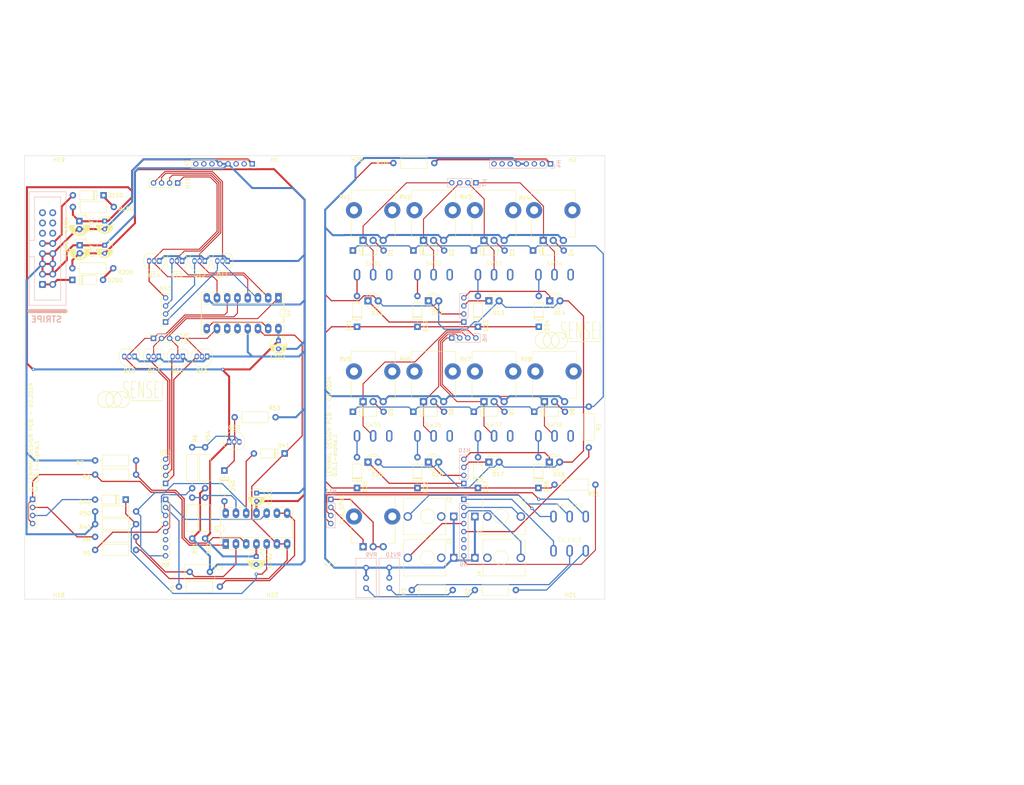
<source format=kicad_pcb>
(kicad_pcb (version 20221018) (generator pcbnew)
  (layers (0 "F.Cu" signal) (31 "B.Cu" signal) (34 "B.Paste" user) (35 "F.Paste" user) (36 "B.SilkS" user "B.Silkscreen") (37 "F.SilkS" user "F.Silkscreen") (38 "B.Mask" user) (39 "F.Mask" user) (44 "Edge.Cuts" user))
  (net 0 "")
  (net 1 "GNDD")
  (net 2 "+12V")
  (net 3 "-12V")
  (net 4 "Net-(D1-K)")
  (net 5 "Net-(D1-A)")
  (net 6 "Net-(D2-A)")
  (net 7 "Net-(D3-A)")
  (net 8 "Net-(D4-A)")
  (net 9 "Net-(D5-A)")
  (net 10 "Net-(D6-A)")
  (net 11 "Net-(D7-A)")
  (net 12 "Net-(D8-A)")
  (net 13 "Net-(D11-K)")
  (net 14 "Net-(D11-A)")
  (net 15 "Net-(D12-K)")
  (net 16 "Net-(CLK_SPD1-Pad1)")
  (net 17 "Net-(D13-K)")
  (net 18 "Net-(CLK_SPD1-Pad2)")
  (net 19 "Net-(D14-K)")
  (net 20 "Net-(CV_LVL1-A)")
  (net 21 "Net-(D15-K)")
  (net 22 "Net-(D41-A)")
  (net 23 "Net-(D16-K)")
  (net 24 "Net-(D17-K)")
  (net 25 "Net-(D18-K)")
  (net 26 "Net-(D31-K)")
  (net 27 "Net-(D31-A)")
  (net 28 "Net-(D32-A)")
  (net 29 "Net-(D33-A)")
  (net 30 "Net-(D34-A)")
  (net 31 "Net-(D35-A)")
  (net 32 "Net-(D36-A)")
  (net 33 "Net-(D37-A)")
  (net 34 "Net-(D38-A)")
  (net 35 "Net-(D40-K)")
  (net 36 "Net-(D41-K)")
  (net 37 "/TOGGLE/SW_OUT")
  (net 38 "Net-(D50-K)")
  (net 39 "Net-(D50-A)")
  (net 40 "Net-(D100-K)")
  (net 41 "Net-(D100-A)")
  (net 42 "Net-(D200-K)")
  (net 43 "Net-(D200-A)")
  (net 44 "/led_drivers/LED_DRIVER_8")
  (net 45 "/led_drivers/LED_DRIVER_7")
  (net 46 "/led_drivers/LED_DRIVER_6")
  (net 47 "/led_drivers/LED_DRIVER_5")
  (net 48 "/led_drivers/LED_DRIVER_4")
  (net 49 "/led_drivers/LED_DRIVER_3")
  (net 50 "/led_drivers/LED_DRIVER_2")
  (net 51 "/led_drivers/LED_DRIVER_1")
  (net 52 "/TOGGLE/SW_DRIVER_1")
  (net 53 "/TOGGLE/SW_DRIVER_2")
  (net 54 "/TOGGLE/SW_DRIVER_3")
  (net 55 "/TOGGLE/SW_DRIVER_4")
  (net 56 "/TOGGLE/SW_DRIVER_5")
  (net 57 "/TOGGLE/SW_DRIVER_6")
  (net 58 "/TOGGLE/SW_DRIVER_7")
  (net 59 "/TOGGLE/SW_DRIVER_8")
  (net 60 "Net-(CV_LVL1-B)")
  (net 61 "Net-(CV_LVL1-C)")
  (net 68 "Net-(U1C-+)")
  (net 69 "Net-(H8-Pad2)")
  (net 70 "Net-(H8-Pad3)")
  (net 78 "Net-(R2-Pad1)")
  (net 79 "Net-(R3-Pad1)")
  (net 80 "Net-(U1A-+)")
  (net 81 "Net-(U1A--)")
  (net 82 "Net-(U1D--)")
  (net 83 "Net-(U2-Q8)")
  (net 87 "Net-(H8-Pad4)")
  (net 88 "Net-(D40-A)")
  (net 89 "Net-(H9-Pad2)")
  (net 90 "Net-(H9-Pad3)")
  (net 99 "Net-(H9-Pad4)")
  (net 100 "Net-(H9-Pad5)")
  (net 101 "Net-(SW_CLK1-B)")
  (net 102 "Net-(SW_CLK1-C)")
  (net 103 "Net-(Q50-E)")
  (net 104 "Net-(U1C--)")
  (net 105 "Net-(H12-Pad1)")
  (net 106 "Net-(H12-Pad2)")
  (net 107 "Net-(Q11-C)")
  (net 108 "Net-(Q12-C)")
  (net 109 "Net-(Q13-C)")
  (net 110 "Net-(Q14-C)")
  (net 111 "Net-(Q15-C)")
  (net 112 "Net-(Q16-C)")
  (net 113 "Net-(Q17-C)")
  (net 114 "Net-(Q18-C)")
  (net 116 "Net-(SW_CLK1-A)")
  (footprint "Package_TO_SOT_THT:TO-92_Inline" (layer "F.Cu") (at 83.46 76.1 180)
    (fp_text reference "Q14")
    (fp_text value "2N3904")
  )
  (footprint "synth-custom:PinSocket_1x08_P2.00mm_Vertical" (layer "F.Cu") (at 85 135.25)
    (fp_text reference "H8")
    (fp_text value "BTM_CTRL")
  )
  (footprint "Resistor_THT:R_Axial_DIN0207_L6.3mm_D2.5mm_P10.16mm_Horizontal" (layer "F.Cu") (at 94.8 132.48 90)
    (fp_text reference "R54")
    (fp_text value "4K7")
  )
  (footprint "synth-custom:Jack_3.5mm_QingPu_WQP-PJ398SM_Vertical_CircularHoles" (layer "F.Cu") (at 161.75 149.75 90)
    (fp_text reference "J4")
    (fp_text value "GATE OUT")
  )
  (footprint "Potentiometer_THT:Potentiometer_TT_P0915N" (layer "F.Cu") (at 134 147)
    (fp_text reference "CLK_SPD1")
    (fp_text value "B250K")
  )
  (footprint "MountingHole:MountingHole_3.5mm" (layer "F.Cu") (at 116 156)
    (fp_text reference "H22")
    (fp_text value "MountingHole" hide)
  )
  (footprint "Diode_THT:D_DO-35_SOD27_P7.62mm_Horizontal" (layer "F.Cu") (at 132.5 92.42 90)
    (fp_text reference "D31")
    (fp_text value "1N4148")
  )
  (footprint "MountingHole:MountingHole_3.5mm" (layer "F.Cu") (at 128 156)
    (fp_text reference "H17")
    (fp_text value "MountingHole" hide)
  )
  (footprint "Resistor_THT:R_Axial_DIN0207_L6.3mm_D2.5mm_P10.16mm_Horizontal" (layer "F.Cu") (at 181.5 131.6)
    (fp_text reference "R31")
    (fp_text value "100K")
  )
  (footprint "Potentiometer_THT:Potentiometer_TT_P0915N" (layer "F.Cu") (at 134 111)
    (fp_text reference "RV5")
    (fp_text value "B100K")
  )
  (footprint "Resistor_THT:R_Axial_DIN0207_L6.3mm_D2.5mm_P10.16mm_Horizontal" (layer "F.Cu") (at 67.52 144.55)
    (fp_text reference "R8")
    (fp_text value "2K")
  )
  (footprint "synth-custom:PinSocket_1x04_P2.00mm_Vertical" (layer "F.Cu") (at 82 95.3 90)
    (fp_text reference "H15")
    (fp_text value "BTM_SGL_RW_1")
  )
  (footprint "Diode_THT:D_DO-35_SOD27_P7.62mm_Horizontal" (layer "F.Cu") (at 114.54 123.87 180)
    (fp_text reference "D41")
    (fp_text value "1N4148")
  )
  (footprint "synth-custom:PinSocket_1x04_P2.00mm_Vertical" (layer "F.Cu") (at 88 56.75 -90)
    (fp_text reference "H16")
    (fp_text value "BTM_SGL_RW_2")
  )
  (footprint "Potentiometer_THT:Potentiometer_TT_P0915N" (layer "F.Cu") (at 149 71)
    (fp_text reference "RV2")
    (fp_text value "B100K")
  )
  (footprint "Resistor_THT:R_Axial_DIN0207_L6.3mm_D2.5mm_P10.16mm_Horizontal" (layer "F.Cu") (at 61.87 77.9)
    (fp_text reference "R200")
    (fp_text value "10")
  )
  (footprint "LED_THT:LED_D3.0mm" (layer "F.Cu") (at 150.225 126)
    (fp_text reference "D16")
    (fp_text value "LED")
  )
  (footprint "synth-custom:SPDT_Toggle" (layer "F.Cu") (at 151.5 119.5)
    (fp_text reference "SW36")
    (fp_text value "~")
  )
  (footprint "Resistor_THT:R_Axial_DIN0207_L6.3mm_D2.5mm_P10.16mm_Horizontal" (layer "F.Cu") (at 151.68 51.8 180)
    (fp_text reference "R10")
    (fp_text value "1K")
  )
  (footprint "MountingHole:MountingHole_3.5mm" (layer "F.Cu") (at 54 156)
    (fp_text reference "H18")
    (fp_text value "MountingHole" hide)
  )
  (footprint "Capacitor_THT:CP_Radial_D4.0mm_P2.00mm" (layer "F.Cu") (at 107.5 149.427401 -90)
    (fp_text reference "C102")
    (fp_text value "0.1uF")
  )
  (footprint "MountingHole:MountingHole_3.5mm" (layer "F.Cu") (at 190 156)
    (fp_text reference "H21")
    (fp_text value "MountingHole" hide)
  )
  (footprint "Diode_THT:D_DO-35_SOD27_P7.62mm_Horizontal" (layer "F.Cu") (at 162.5 132.42 90)
    (fp_text reference "D37")
    (fp_text value "1N4148")
  )
  (footprint "Resistor_THT:R_Axial_DIN0207_L6.3mm_D2.5mm_P10.16mm_Horizontal" (layer "F.Cu") (at 112.29 114.87 180)
    (fp_text reference "R53")
    (fp_text value "100K")
  )
  (footprint "Potentiometer_THT:Potentiometer_TT_P0915N" (layer "F.Cu") (at 178.7 71)
    (fp_text reference "RV4")
    (fp_text value "B100K")
  )
  (footprint "Package_TO_SOT_THT:TO-92_Inline" (layer "F.Cu") (at 100.4 76.1 180)
    (fp_text reference "Q11")
    (fp_text value "2N3904")
  )
  (footprint "Diode_THT:D_DO-35_SOD27_P7.62mm_Horizontal" (layer "F.Cu") (at 99.6 128.09 -90)
    (fp_text reference "D50")
    (fp_text value "1N4148")
  )
  (footprint "Resistor_THT:R_Axial_DIN0207_L6.3mm_D2.5mm_P10.16mm_Horizontal" (layer "F.Cu") (at 77.68 125.6 180)
    (fp_text reference "R7")
    (fp_text value "100K")
  )
  (footprint "Package_TO_SOT_THT:TO-92_Inline" (layer "F.Cu") (at 100.77 120.98)
    (fp_text reference "Q50")
    (fp_text value "BC547")
  )
  (footprint "synth-custom:Jack_3.5mm_QingPu_WQP-PJ398SM_Vertical_CircularHoles" (layer "F.Cu") (at 161.75 139.5 90)
    (fp_text reference "J1")
    (fp_text value "CV OUT")
  )
  (footprint "synth-custom:PinSocket_1x04_P2.00mm_Vertical" (layer "F.Cu") (at 52 135.25)
    (fp_text reference "H12")
    (fp_text value "BTM_CLK")
  )
  (footprint "Resistor_THT:R_Axial_DIN0207_L6.3mm_D2.5mm_P10.16mm_Horizontal" (layer "F.Cu") (at 67.52 141.4)
    (fp_text reference "R40")
    (fp_text value "100K")
  )
  (footprint "Capacitor_THT:C_Rect_L7.2mm_W3.5mm_P5.00mm_FKS2_FKP2_MKS2_MKP2" (layer "F.Cu") (at 96 153.25 180)
    (fp_text reference "C1")
    (fp_text value "0.1 uF")
  )
  (footprint "synth-custom:PinSocket_1x04_P2.00mm_Vertical" (layer "F.Cu") (at 85 131.3 180)
    (fp_text reference "H14")
    (fp_text value "BTM_LED_RW_2")
  )
  (footprint "LED_THT:LED_D3.0mm" (layer "F.Cu") (at 180.325 86)
    (fp_text reference "D14")
    (fp_text value "LED")
  )
  (footprint "LED_THT:LED_D3.0mm" (layer "F.Cu") (at 135.225 126)
    (fp_text reference "D15")
    (fp_text value "LED")
  )
  (footprint "Diode_THT:D_DO-35_SOD27_P7.62mm_Horizontal" (layer "F.Cu") (at 147.5 92.42 90)
    (fp_text reference "D32")
    (fp_text value "1N4148")
  )
  (footprint "Capacitor_THT:CP_Radial_D4.0mm_P2.00mm" (layer "F.Cu") (at 107.6 133.7 -90)
    (fp_text reference "C202")
    (fp_text value "0.1uF")
  )
  (footprint "synth-custom:Jack_3.5mm_QingPu_WQP-PJ398SM_Vertical_CircularHoles" (layer "F.Cu") (at 156.5 139.5 -90)
    (fp_text reference "J2")
    (fp_text value "CLK_IN")
  )
  (footprint "Resistor_THT:R_Axial_DIN0207_L6.3mm_D2.5mm_P10.16mm_Horizontal" (layer "F.Cu") (at 88.32 156.9)
    (fp_text reference "R4")
    (fp_text value "1K")
  )
  (footprint "synth-custom:SPDT_Toggle" (layer "F.Cu") (at 136.5 119.5)
    (fp_text reference "SW35")
    (fp_text value "~")
  )
  (footprint "Diode_THT:D_DO-35_SOD27_P7.62mm_Horizontal" (layer "F.Cu") (at 75.12 135.3 180)
    (fp_text reference "D40")
    (fp_text value "1N4148")
  )
  (footprint "MountingHole:MountingHole_3.5mm" (layer "F.Cu") (at 128 54)
    (fp_text reference "H20")
    (fp_text value "MountingHole" hide)
  )
  (footprint "Potentiometer_THT:Potentiometer_TT_P0915N" (layer "F.Cu") (at 179 111)
    (fp_text reference "RV8")
    (fp_text value "B100K")
  )
  (footprint "Capacitor_THT:CP_Radial_D4.0mm_P2.00mm" (layer "F.Cu") (at 113 95.9 -90)
    (fp_text reference "C103")
    (fp_text value "0.1uF")
  )
  (footprint "Package_TO_SOT_THT:TO-92_Inline" (layer "F.Cu") (at 95.3 99.8 180)
    (fp_text reference "Q15")
    (fp_text value "2N3904")
  )
  (footprint "synth-custom:SPDT_Toggle" (layer "F.Cu") (at 185.25 139.5)
    (fp_text reference "SW_CLK1")
    (fp_text value "~")
  )
  (footprint "LED_THT:LED_D3.0mm" (layer "F.Cu") (at 165.225 126)
    (fp_text reference "D17")
    (fp_text value "LED")
  )
  (footprint "Package_DIP:DIP-14_W7.62mm_Socket_LongPads" (layer "F.Cu") (at 99.92 146.3 90)
    (fp_text reference "U1")
    (fp_text value "TL074")
  )
  (footprint "Resistor_THT:R_Axial_DIN0207_L6.3mm_D2.5mm_P10.16mm_Horizontal" (layer "F.Cu") (at 62 62.7)
    (fp_text reference "R100")
    (fp_text value "10")
  )
  (footprint "synth-custom:SPDT_Toggle" (layer "F.Cu") (at 166.5 79.5)
    (fp_text reference "SW33")
    (fp_text value "~")
  )
  (footprint "Capacitor_THT:CP_Radial_D4.0mm_P2.00mm" (layer "F.Cu") (at 69.9 72.2 -90)
    (fp_text reference "C201")
    (fp_text value "0.1uF")
  )
  (footprint "Diode_THT:D_DO-35_SOD27_P7.62mm_Horizontal" (layer "F.Cu") (at 131.48 73.5)
    (fp_text reference "D1")
    (fp_text value "1N4148")
  )
  (footprint "synth-custom:SPDT_Toggle" (layer "F.Cu") (at 181.5 79.5)
    (fp_text reference "SW34")
    (fp_text value "~")
  )
  (footprint "Diode_THT:D_DO-35_SOD27_P7.62mm_Horizontal" (layer "F.Cu") (at 177.5 132.42 90)
    (fp_text reference "D38")
    (fp_text value "1N4148")
  )
  (footprint "Package_DIP:DIP-16_W7.62mm_Socket_LongPads" (layer "F.Cu") (at 113 85.25 -90)
    (fp_text reference "U2")
    (fp_text value "4017")
  )
  (footprint "Resistor_THT:R_Axial_DIN0207_L6.3mm_D2.5mm_P10.16mm_Horizontal" (layer "F.Cu") (at 161.75 157.75)
    (fp_text reference "R2")
    (fp_text value "51K")
  )
  (footprint "Capacitor_THT:CP_Radial_D5.0mm_P2.00mm" (layer "F.Cu") (at 63.6 66.2 -90)
    (fp_text reference "C100")
    (fp_text value "47uF")
  )
  (footprint "synth-custom:PinSocket_1x08_P2.00mm_Vertical" (layer "F.Cu") (at 106.5 52 -90)
    (fp_text reference "H3")
    (fp_text value "BTM_PWR")
  )
  (footprint "Diode_THT:D_DO-35_SOD27_P7.62mm_Horizontal" (layer "F.Cu") (at 131.48 113.5)
    (fp_text reference "D5")
    (fp_text value "1N4148")
  )
  (footprint "Potentiometer_THT:Potentiometer_TT_P0915N" (layer "F.Cu") (at 164 111)
    (fp_text reference "RV7")
    (fp_text value "B100K")
  )
  (footprint "LED_THT:LED_D3.0mm" (layer "F.Cu") (at 150.225 86)
    (fp_text reference "D12")
    (fp_text value "LED")
  )
  (footprint "LED_THT:LED_D3.0mm" (layer "F.Cu") (at 165.225 86)
    (fp_text reference "D13")
    (fp_text value "LED")
  )
  (footprint "synth-custom:Jack_3.5mm_QingPu_WQP-PJ398SM_Vertical_CircularHoles" (layer "F.Cu") (at 156.5 149.75 -90)
    (fp_text reference "J3")
    (fp_text value "CLK OUT")
  )
  (footprint "Diode_THT:D_DO-35_SOD27_P7.62mm_Horizontal" (layer "F.Cu") (at 162.5 92.42 90)
    (fp_text reference "D33")
    (fp_text value "1N4148")
  )
  (footprint "Package_TO_SOT_THT:TO-92_Inline" (layer "F.Cu") (at 94.73 76.1 180)
    (fp_text reference "Q12")
    (fp_text value "2N3904")
  )
  (footprint "Resistor_THT:R_Axial_DIN0207_L6.3mm_D2.5mm_P10.16mm_Horizontal" (layer "F.Cu") (at 91.6 144.96 90)
    (fp_text reference "R51")
    (fp_text value "47K")
  )
  (footprint "synth-custom:PinSocket_1x04_P2.00mm_Vertical" (layer "F.Cu") (at 85 91.25 180)
    (fp_text reference "H13")
    (fp_text value "BTM_LED_RW_1")
  )
  (footprint "Resistor_THT:R_Axial_DIN0207_L6.3mm_D2.5mm_P10.16mm_Horizontal" (layer "F.Cu") (at 156.25 157.75 180)
    (fp_text reference "R3")
    (fp_text value "18K")
  )
  (footprint "Diode_THT:D_DO-35_SOD27_P7.62mm_Horizontal" (layer "F.Cu") (at 147.5 132.42 90)
    (fp_text reference "D36")
    (fp_text value "1N4148")
  )
  (footprint "Diode_THT:D_DO-35_SOD27_P7.62mm_Horizontal" (layer "F.Cu") (at 69.62 59.8 180)
    (fp_text reference "D100")
    (fp_text value "1N5819")
  )
  (footprint "synth-custom:SPDT_Toggle" (layer "F.Cu") (at 166.5 119.5)
    (fp_text reference "SW37")
    (fp_text value "~")
  )
  (footprint "Diode_THT:D_DO-35_SOD27_P7.62mm_Horizontal" (layer "F.Cu") (at 132.5 132.42 90)
    (fp_text reference "D35")
    (fp_text value "1N4148")
  )
  (footprint "Diode_THT:D_DO-35_SOD27_P7.62mm_Horizontal" (layer "F.Cu") (at 146.5 73.5)
    (fp_text reference "D2")
    (fp_text value "1N4148")
  )
  (footprint "MountingHole:MountingHole_3.5mm" (layer "F.Cu") (at 116 54)
    (fp_text reference "H1")
    (fp_text value "MountingHole" hide)
  )
  (footprint "synth-custom:SPDT_Toggle" (layer "F.Cu") (at 185.25 148)
    (fp_text reference "CV_LVL1")
    (fp_text value "~")
  )
  (footprint "Potentiometer_THT:Potentiometer_TT_P0915N" (layer "F.Cu") (at 149 111)
    (fp_text reference "RV6")
    (fp_text value "B100K")
  )
  (footprint "Package_TO_SOT_THT:TO-92_Inline" (layer "F.Cu") (at 89.3 99.8 180)
    (fp_text reference "Q16")
    (fp_text value "2N3904")
  )
  (footprint "synth-custom:SPDT_Toggle" (layer "F.Cu") (at 151.5 79.5)
    (fp_text reference "SW32")
    (fp_text value "~")
  )
  (footprint "MountingHole:MountingHole_3.5mm" (layer "F.Cu") (at 54 54)
    (fp_text reference "H19")
    (fp_text value "MountingHole" hide)
  )
  (footprint "Diode_THT:D_DO-35_SOD27_P7.62mm_Horizontal" (layer "F.Cu") (at 176.18 73.5)
    (fp_text reference "D4")
    (fp_text value "1N4148")
  )
  (footprint "Potentiometer_THT:Potentiometer_TT_P0915N" (layer "F.Cu") (at 134 71)
    (fp_text reference "RV1")
    (fp_text value "B100K")
  )
  (footprint "LED_THT:LED_D3.0mm" (layer "F.Cu") (at 135.225 86)
    (fp_text reference "D11")
    (fp_text value "LED")
  )
  (footprint "Capacitor_THT:CP_Radial_D4.0mm_P2.00mm" (layer "F.Cu") (at 69.9 66.2 -90)
    (fp_text reference "C101")
    (fp_text value "0.1uF")
  )
  (footprint "Diode_THT:D_DO-35_SOD27_P7.62mm_Horizontal" (layer "F.Cu") (at 176.48 113.5)
    (fp_text reference "D8")
    (fp_text value "1N4148")
  )
  (footprint "Diode_THT:D_DO-35_SOD27_P7.62mm_Horizontal" (layer "F.Cu") (at 177.6 92.42 90)
    (fp_text reference "D34")
    (fp_text value "1N4148")
  )
  (footprint "Diode_THT:D_DO-35_SOD27_P7.62mm_Horizontal" (layer "F.Cu") (at 161.48 113.5)
    (fp_text reference "D7")
    (fp_text value "1N4148")
  )
  (footprint "Resistor_THT:R_Axial_DIN0207_L6.3mm_D2.5mm_P10.16mm_Horizontal" (layer "F.Cu") (at 190 112.22 -90)
    (fp_text reference "R1")
    (fp_text value "68K")
  )
  (footprint "Diode_THT:D_DO-35_SOD27_P7.62mm_Horizontal" (layer "F.Cu") (at 146.48 113.5)
    (fp_text reference "D6")
    (fp_text value "1N4148")
  )
  (footprint "Package_TO_SOT_THT:TO-92_Inline" (layer "F.Cu") (at 77.3 99.8 180)
    (fp_text reference "Q18")
    (fp_text value "2N3904")
  )
  (footprint "Resistor_THT:R_Axial_DIN0207_L6.3mm_D2.5mm_P10.16mm_Horizontal" (layer "F.Cu") (at 91.6 132.48 90)
    (fp_text reference "R6")
    (fp_text value "200")
  )
  (footprint "Resistor_THT:R_Axial_DIN0207_L6.3mm_D2.5mm_P10.16mm_Horizontal" (layer "F.Cu") (at 67.52 129.1)
    (fp_text reference "R9")
    (fp_text value "100K")
  )
  (footprint "LED_THT:LED_D3.0mm" (layer "F.Cu") (at 180.225 126)
    (fp_text reference "D18")
    (fp_text value "LED")
  )
  (footprint "Package_TO_SOT_THT:TO-92_Inline" (layer "F.Cu") (at 83.3 99.8 180)
    (fp_text reference "Q17")
    (fp_text value "2N3904")
  )
  (footprint "Diode_THT:D_DO-35_SOD27_P7.62mm_Horizontal" (layer "F.Cu") (at 61.87 80.8)
    (fp_text reference "D200")
    (fp_text value "1N5819")
  )
  (footprint "synth-custom:SPDT_Toggle" (layer "F.Cu") (at 181.5 119.5)
    (fp_text reference "SW38")
    (fp_text value "~")
  )
  (footprint "Potentiometer_THT:Potentiometer_TT_P0915N" (layer "F.Cu") (at 164 71)
    (fp_text reference "RV3")
    (fp_text value "B100K")
  )
  (footprint "Resistor_THT:R_Axial_DIN0207_L6.3mm_D2.5mm_P10.16mm_Horizontal" (layer "F.Cu") (at 67.52 147.8)
    (fp_text reference "R5")
    (fp_text value "1K")
  )
  (footprint "Package_TO_SOT_THT:TO-92_Inline" (layer "F.Cu") (at 89.1 76.1 180)
    (fp_text reference "Q13")
    (fp_text value "2N3904")
  )
  (footprint "synth-custom:SPDT_Toggle" (layer "F.Cu") (at 136.5 79.5)
    (fp_text reference "SW31")
    (fp_text value "~")
  )
  (footprint "Capacitor_THT:CP_Radial_D5.0mm_P2.00mm" (layer "F.Cu") (at 63.7 72.2 -90)
    (fp_text reference "C200")
    (fp_text value "47uF")
  )
  (footprint "Resistor_THT:R_Axial_DIN0207_L6.3mm_D2.5mm_P10.16mm_Horizontal" (layer "F.Cu") (at 67.52 138.25)
    (fp_text reference "R50")
    (fp_text value "100K")
  )
  (footprint "Resistor_THT:R_Axial_DIN0207_L6.3mm_D2.5mm_P10.16mm_Horizontal" (layer "F.Cu") (at 94.8 144.96 90)
    (fp_text reference "R52")
    (fp_text value "100K")
  )
  (footprint "MountingHole:MountingHole_3.5mm" (layer "F.Cu") (at 190 54)
    (fp_text reference "H2")
    (fp_text value "MountingHole" hide)
  )
  (footprint "Diode_THT:D_DO-35_SOD27_P7.62mm_Horizontal" (layer "F.Cu") (at 161.5 73.5)
    (fp_text reference "D3")
    (fp_text value "1N4148")
  )
  (footprint "synth-custom:PinHeader_1x04_P2.00mm_Vertical" (layer "B.Cu") (at 159 131.3)
    (fp_text reference "H10")
    (fp_text value "TOP_LED_RW_2")
  )
  (footprint "Potentiometer_THT:Potentiometer_Bourns_3296W_Vertical" (layer "B.Cu") (at 134.75 157.29 -90)
    (fp_text reference "RV9")
    (fp_text value "5K")
  )
  (footprint "synth-custom:PinHeader_1x04_P2.00mm_Vertical" (layer "B.Cu") (at 162 56.7 90)
    (fp_text reference "H7")
    (fp_text value "TOP_SGL_RW_2")
  )
  (footprint "synth-custom:PinHeader_1x08_P2.00mm_Vertical" (layer "B.Cu") (at 180.5 52 90)
    (fp_text reference "H4")
    (fp_text value "TOP_PWR")
  )
  (footprint "synth-custom:CONN_02x08_PWR" (layer "B.Cu") (at 55.7 73.05 180)
    (fp_text reference "J100" hide)
    (fp_text value "PWR" hide)
  )
  (footprint "synth-custom:PinHeader_1x08_P2.00mm_Vertical" (layer "B.Cu") (at 159 135.25 180)
    (fp_text reference "H9")
    (fp_text value "TOP_CTRL")
  )
  (footprint "synth-custom:PinHeader_1x04_P2.00mm_Vertical" (layer "B.Cu") (at 156 95.2 -90)
    (fp_text reference "H6")
    (fp_text value "TOP_SGL_RW_1")
  )
  (footprint "synth-custom:PinHeader_1x04_P2.00mm_Vertical" (layer "B.Cu") (at 159 91.25)
    (fp_text reference "H5")
    (fp_text value "TOP_LED_RW_1")
  )
  (footprint "Potentiometer_THT:Potentiometer_Bourns_3296W_Vertical" (layer "B.Cu") (at 140.5 157.25 -90)
    (fp_text reference "RV10")
    (fp_text value "2K")
  )
  (footprint "synth-custom:PinHeader_1x04_P2.00mm_Vertical" (layer "B.Cu") (at 126 135.25 180)
    (fp_text reference "H11")
    (fp_text value "TOP_CLK")
  )
  (gr_circle (center 70.1 110.5) (end 68.1 110.5) (stroke (width 0.15)) (fill none) (layer "F.SilkS"))
  (gr_circle (center 182.7 95.8) (end 180.7 95.8) (stroke (width 0.15)) (fill none) (layer "F.SilkS"))
  (gr_line (start 76.6 110.8) (end 84.2 110.8) (stroke (width 0.15)) (layer "F.SilkS"))
  (gr_circle (center 72.1 110.5) (end 70.1 110.5) (stroke (width 0.15)) (fill none) (layer "F.SilkS"))
  (gr_circle (center 74.1 110.5) (end 72.1 110.5) (stroke (width 0.15)) (fill none) (layer "F.SilkS"))
  (gr_circle (center 178.7 95.8) (end 176.7 95.8) (stroke (width 0.15)) (fill none) (layer "F.SilkS"))
  (gr_line (start 185.2 96.1) (end 192.8 96.1) (stroke (width 0.15)) (layer "F.SilkS"))
  (gr_circle (center 180.7 95.8) (end 178.7 95.8) (stroke (width 0.15)) (fill none) (layer "F.SilkS"))
  (gr_rect (start 50 50) (end 194 160) (stroke (width 0.1)) (fill none) (layer "Edge.Cuts"))
  (gr_text "LENIMAL DESIGN PCB - 03.2024" (at 126.2 129.7 90) (layer "F.SilkS") (effects (font (size 1 1)) (justify left bottom)))
  (gr_text "LENIMAL DESIGN PCB - 03.2024" (at 52.1 131.3 90) (layer "F.SilkS") (effects (font (size 1 1)) (justify left bottom)))
  (gr_text "SENSEI" (at 182.7 95.8) (layer "F.SilkS") (effects (font (size 4 2)) (justify left bottom)))
  (gr_text "0.0.1-alpha.1" (at 127.6 129.7 90) (layer "F.SilkS") (effects (font (size 1 1)) (justify left bottom)))
  (gr_text "0.0.1-alpha.1" (at 53.6 131.3 90) (layer "F.SilkS") (effects (font (size 1 1)) (justify left bottom)))
  (gr_text "SENSEI" (at 74.1 110.5) (layer "F.SilkS") (effects (font (size 4 2)) (justify left bottom)))
  (segment (start 91.6 144.96) (end 93.55 143.01) (width 0.5) (layer "F.Cu") (net 1))
  (segment (start 60.5 75.87) (end 60.5 73.8) (width 0.5) (layer "F.Cu") (net 1))
  (segment (start 63.04 68.25) (end 57 74.29) (width 0.5) (layer "F.Cu") (net 1))
  (segment (start 63.6548 68.1952) (end 63.6 68.25) (width 0.5) (layer "F.Cu") (net 1))
  (segment (start 57 76.83) (end 57 74.29) (width 0.5) (layer "F.Cu") (net 1))
  (segment (start 62.094887 72.205113) (end 63.6 72.205113) (width 0.5) (layer "F.Cu") (net 1))
  (segment (start 57 76.83) (end 57 79.37) (width 0.5) (layer "F.Cu") (net 1))
  (segment (start 54.46 79.37) (end 54.46 76.83) (width 0.5) (layer "F.Cu") (net 1))
  (segment (start 63.617487 72.2226) (end 63.6 72.205113) (width 0.5) (layer "F.Cu") (net 1))
  (segment (start 69.9 68.1952) (end 63.6548 68.1952) (width 0.5) (layer "F.Cu") (net 1))
  (segment (start 60.5 73.8) (end 62.094887 72.205113) (width 0.5) (layer "F.Cu") (net 1))
  (segment (start 93.55 133.73) (end 94.8 132.48) (width 0.5) (layer "F.Cu") (net 1))
  (segment (start 57 79.37) (end 54.46 79.37) (width 0.5) (layer "F.Cu") (net 1))
  (segment (start 54.46 76.83) (end 57 76.83) (width 0.5) (layer "F.Cu") (net 1))
  (segment (start 63.6 68.25) (end 63.04 68.25) (width 0.5) (layer "F.Cu") (net 1))
  (segment (start 93.55 143.01) (end 93.55 133.73) (width 0.5) (layer "F.Cu") (net 1))
  (segment (start 57 74.29) (end 54.46 74.29) (width 0.5) (layer "F.Cu") (net 1))
  (segment (start 54.46 74.29) (end 54.46 76.83) (width 0.5) (layer "F.Cu") (net 1))
  (segment (start 57 79.37) (end 60.5 75.87) (width 0.5) (layer "F.Cu") (net 1))
  (segment (start 69.9 72.2226) (end 63.617487 72.2226) (width 0.5) (layer "F.Cu") (net 1))
  (segment (start 107.6 133.6726) (end 118.1274 133.6726) (width 0.5) (layer "B.Cu") (net 1))
  (segment (start 134.75 152.21) (end 134.75 154.75) (width 0.5) (layer "B.Cu") (net 1))
  (segment (start 79.525 50.875) (end 97.275 50.875) (width 0.5) (layer "B.Cu") (net 1))
  (segment (start 155.35 109.65) (end 167.65 109.65) (width 0.5) (layer "B.Cu") (net 1))
  (segment (start 161.75 149.75) (end 161.125 150.375) (width 0.5) (layer "B.Cu") (net 1))
  (segment (start 105.38 98.68) (end 106.5 99.8) (width 0.5) (layer "B.Cu") (net 1))
  (segment (start 126.15 109.65) (end 124.6 108.1) (width 0.5) (layer "B.Cu") (net 1))
  (segment (start 140.46 152.21) (end 140.5 152.17) (width 0.5) (layer "B.Cu") (net 1))
  (segment (start 140.35 109.65) (end 152.65 109.65) (width 0.5) (layer "B.Cu") (net 1))
  (segment (start 92.009009 53.1) (end 78.3 53.1) (width 0.5) (layer "B.Cu") (net 1))
  (segment (start 118.1274 133.6726) (end 119.5 132.3) (width 0.5) (layer "B.Cu") (net 1))
  (segment (start 140.5 152.17) (end 154.08 152.17) (width 0.5) (layer "B.Cu") (net 1))
  (segment (start 93.863858 74.9) (end 90.3 74.9) (width 0.5) (layer "B.Cu") (net 1))
  (segment (start 129.45 69.65) (end 129.4 69.7) (width 0.5) (layer "B.Cu") (net 1))
  (segment (start 77.4 54) (end 77.4 64.7226) (width 0.5) (layer "B.Cu") (net 1))
  (segment (start 89.3 99.8) (end 89.3 101.05) (width 0.5) (layer "B.Cu") (net 1))
  (segment (start 89.1 75.766142) (end 88.233858 74.9) (width 0.5) (layer "B.Cu") (net 1))
  (segment (start 132.1 52.7) (end 132.1 55.9) (width 0.5) (layer "B.Cu") (net 1))
  (segment (start 169 71) (end 170.35 69.65) (width 0.5) (layer "B.Cu") (net 1))
  (segment (start 100.4 76.1) (end 117.9 76.1) (width 0.5) (layer "B.Cu") (net 1))
  (segment (start 107.5 151.4) (end 118.6 151.4) (width 0.5) (layer "B.Cu") (net 1))
  (segment (start 98.4 52) (end 98.5 52) (width 0.5) (layer "B.Cu") (net 1))
  (segment (start 95.3 99.8) (end 95.3 100.133858) (width 0.5) (layer "B.Cu") (net 1))
  (segment (start 119.5 98.4) (end 119.5 96) (width 0.5) (layer "B.Cu") (net 1))
  (segment (start 118.4 86.9) (end 119.5 85.8) (width 0.5) (layer "B.Cu") (net 1))
  (segment (start 96 149.36) (end 91.6 144.96) (width 0.5) (layer "B.Cu") (net 1))
  (segment (start 100.4 75.766142) (end 99.533858 74.9) (width 0.5) (layer "B.Cu") (net 1))
  (segment (start 119.5 112.7) (end 119.5 98.4) (width 0.5) (layer "B.Cu") (net 1))
  (segment (start 172.5 52) (end 174.5 52) (width 0.5) (layer "B.Cu") (net 1))
  (segment (start 76.7 61.3952) (end 76.7 53.7) (width 0.5) (layer "B.Cu") (net 1))
  (segment (start 154.08 152.17) (end 156.5 149.75) (width 0.5) (layer "B.Cu") (net 1))
  (segment (start 112.29 114.87) (end 117.33 114.87) (width 0.5) (layer "B.Cu") (net 1))
  (segment (start 161.75 149.75) (end 161.75 139.5) (width 0.5) (layer "B.Cu") (net 1))
  (segment (start 139 71) (end 137.65 69.65) (width 0.5) (layer "B.Cu") (net 1))
  (segment (start 161.125 150.375) (end 157.125 150.375) (width 0.5) (layer "B.Cu") (net 1))
  (segment (start 94.73 75.766142) (end 93.863858 74.9) (width 0.5) (layer "B.Cu") (net 1))
  (segment (start 95.3 100.133858) (end 94.433858 101) (width 0.5) (layer "B.Cu") (net 1))
  (segment (start 152.65 69.65) (end 154 71) (width 0.5) (layer "B.Cu") (net 1))
  (segment (start 156.5 139.5) (end 156.5 149.75) (width 0.5) (layer "B.Cu") (net 1))
  (segment (start 140.5 152.17) (end 140.5 154.71) (width 0.5) (layer "B.Cu") (net 1))
  (segment (start 182.35 69.65) (end 183.7 71) (width 0.5) (layer "B.Cu") (net 1))
  (segment (start 96 153.25) (end 96 149.36) (width 0.5) (layer "B.Cu") (net 1))
  (segment (start 155.35 69.65) (end 167.65 69.65) (width 0.5) (layer "B.Cu") (net 1))
  (segment (start 99.533858 74.9) (end 95.93 74.9) (width 0.5) (layer "B.Cu") (net 1))
  (segment (start 94.73 76.1) (end 94.73 75.766142) (width 0.5) (layer "B.Cu") (net 1))
  (segment (start 100.5 52) (end 106.5 58) (width 0.5) (layer "B.Cu") (net 1))
  (segment (start 88.233858 74.9) (end 84.66 74.9) (width 0.5) (layer "B.Cu") (net 1))
  (segment (start 54.46 76.83) (end 50.5 80.79) (width 0.5) (layer "B.Cu") (net 1))
  (segment (start 50.5 123.6) (end 50.5 143.9) (width 0.5) (layer "B.Cu") (net 1))
  (segment (start 116.6 58) (end 119.5 60.9) (width 0.5) (layer "B.Cu") (net 1))
  (segment (start 167.65 69.65) (end 169 71) (width 0.5) (layer "B.Cu") (net 1))
  (segment (start 76.7 53.7) (end 79.525 50.875) (width 0.5) (layer "B.Cu") (net 1))
  (segment (start 97.85 151.4) (end 96 153.25) (width 0.5) (layer "B.Cu") (net 1))
  (segment (start 50.5 80.79) (end 50.5 123.6) (width 0.5) (layer "B.Cu") (net 1))
  (segment (start 137.65 69.65) (end 129.45 69.65) (width 0.5) (layer "B.Cu") (net 1))
  (segment (start 126.5 69.7) (end 124.6 67.8) (width 0.5) (layer "B.Cu") (net 1))
  (segment (start 77.4 64.7226) (end 69.9 72.2226) (width 0.5) (layer "B.Cu") (net 1))
  (segment (start 83.3 99.8) (end 83.3 100.133858) (width 0.5) (layer "B.Cu") (net 1))
  (segment (start 154 71) (end 155.35 69.65) (width 0.5) (layer "B.Cu") (net 1))
  (segment (start 140.35 69.65) (end 152.65 69.65) (width 0.5) (layer "B.Cu") (net 1))
  (segment (start 95.22 85.25) (end 96.87 86.9) (width 0.5) (layer "B.Cu") (net 1))
  (segment (start 105.38 92.87) (end 105.38 98.68) (width 0.5) (layer "B.Cu") (net 1))
  (segment (start 100.5 52) (end 98.5 52) (width 0.5) (layer "B.Cu") (net 1))
  (segment (start 139 111) (end 137.65 109.65) (width 0.5) (layer "B.Cu") (net 1))
  (segment (start 90.3 74.9) (end 89.1 76.1) (width 0.5) (layer "B.Cu") (net 1))
  (segment (start 82.433858 101) (end 78.5 101) (width 0.5) (layer "B.Cu") (net 1))
  (segment (start 92.034009 53.125) (end 92.009009 53.1) (width 0.5) (layer "B.Cu") (net 1))
  (segment (start 137.65 109.65) (end 126.15 109.65) (width 0.5) (layer "B.Cu") (net 1))
  (segment (start 119.5 96) (end 117.6 97.9) (width 0.5) (layer "B.Cu") (net 1))
  (segment (start 100.5 52) (end 99.375 53.125) (width 0.5) (layer "B.Cu") (net 1))
  (segment (start 182.65 109.65) (end 184 111) (width 0.5) (layer "B.Cu") (net 1))
  (segment (start 167.65 109.65) (end 169 111) (width 0.5) (layer "B.Cu") (net 1))
  (segment (start 89.1 76.1) (end 89.1 75.766142) (width 0.5) (layer "B.Cu") (net 1))
  (segment (start 99.375 53.125) (end 92.034009 53.125) (width 0.5) (layer "B.Cu") (net 1))
  (segment (start 83.3 100.133858) (end 82.433858 101) (width 0.5) (layer "B.Cu") (net 1))
  (segment (start 170.35 109.65) (end 182.65 109.65) (width 0.5) (layer "B.Cu") (net 1))
  (segment (start 119.5 150.5) (end 119.5 132.3) (width 0.5) (layer "B.Cu") (net 1))
  (segment (start 117.9 76.1) (end 119.5 74.5) (width 0.5) (layer "B.Cu") (net 1))
  (segment (start 119.5 112.7) (end 119.5 132.3) (width 0.5) (layer "B.Cu") (net 1))
  (segment (start 84.66 74.9) (end 83.46 76.1) (width 0.5) (layer "B.Cu") (net 1))
  (segment (start 129.4 69.7) (end 126.5 69.7) (width 0.5) (layer "B.Cu") (net 1))
  (segment (start 95.93 74.9) (end 94.73 76.1) (width 0.5) (layer "B.Cu") (net 1))
  (segment (start 100.4 76.1) (end 100.4 75.766142) (width 0.5) (layer "B.Cu") (net 1))
  (segment (start 139 111) (end 140.35 109.65) (width 0.5) (layer "B.Cu") (net 1))
  (segment (start 119.5 60.9) (end 119.5 74.5) (width 0.5) (layer "B.Cu") (net 1))
  (segment (start 84.55 101.05) (end 83.3 99.8) (width 0.5) (layer "B.Cu") (net 1))
  (segment (start 126.91 152.21) (end 134.75 152.21) (width 0.5) (layer "B.Cu") (net 1))
  (segment (start 78.3 53.1) (end 77.4 54) (width 0.5) (layer "B.Cu") (net 1))
  (segment (start 132.1 55.9) (end 124.6 63.4) (width 0.5) (layer "B.Cu") (net 1))
  (segment (start 172.5 52) (end 171.05 50.55) (width 0.5) (layer "B.Cu") (net 1))
  (segment (start 118.1 99.8) (end 119.5 98.4) (width 0.5) (layer "B.Cu") (net 1))
  (segment (start 134.25 50.55) (end 132.1 52.7) (width 0.5) (layer "B.Cu") (net 1))
  (segment (start 67.52 141.4) (end 67.52 138.25) (width 0.5) (layer "B.Cu") (net 1))
  (segment (start 119.5 85.8) (end 119.5 96) (width 0.5) (layer "B.Cu") (net 1))
  (segment (start 154 111) (end 155.35 109.65) (width 0.5) (layer "B.Cu") (net 1))
  (segment (start 106.5 99.8) (end 118.1 99.8) (width 0.5) (layer "B.Cu") (net 1))
  (segment (start 171.05 50.55) (end 134.25 50.55) (width 0.5) (layer "B.Cu") (net 1))
  (segment (start 170.35 69.65) (end 182.35 69.65) (width 0.5) (layer "B.Cu") (net 1))
  (segment (start 94.433858 101) (end 90.5 101) (width 0.5) (layer "B.Cu") (net 1))
  (segment (start 65.02 143.9) (end 67.52 141.4) (width 0.5) (layer "B.Cu") (net 1))
  (segment (start 124.6 149.9) (end 126.91 152.21) (width 0.5) (layer "B.Cu") (net 1))
  (segment (start 52.5 125.6) (end 50.5 123.6) (width 0.5) (layer "B.Cu") (net 1))
  (segment (start 96.87 86.9) (end 118.4 86.9) (width 0.5) (layer "B.Cu") (net 1))
  (segment (start 50.5 143.9) (end 65.02 143.9) (width 0.5) (layer "B.Cu") (net 1))
  (segment (start 134.75 152.21) (end 140.46 152.21) (width 0.5) (layer "B.Cu") (net 1))
  (segment (start 119.5 74.5) (end 119.5 85.8) (width 0.5) (layer "B.Cu") (net 1))
  (segment (start 106.5 58) (end 116.6 58) (width 0.5) (layer "B.Cu") (net 1))
  (segment (start 117.6 97.9) (end 113 97.9) (width 0.5) (layer "B.Cu") (net 1))
  (segment (start 124.6 67.8) (end 124.6 108.1) (width 0.5) (layer "B.Cu") (net 1))
  (segment (start 152.65 109.65) (end 154 111) (width 0.5) (layer "B.Cu") (net 1))
  (segment (start 124.6 108.1) (end 124.6 149.9) (width 0.5) (layer "B.Cu") (net 1))
  (segment (start 97.275 50.875) (end 98.4 52) (width 0.5) (layer "B.Cu") (net 1))
  (segment (start 95.3 99.8) (end 106.5 99.8) (width 0.5) (layer "B.Cu") (net 1))
  (segment (start 118.6 151.4) (end 119.5 150.5) (width 0.5) (layer "B.Cu") (net 1))
  (segment (start 169 111) (end 170.35 109.65) (width 0.5) (layer "B.Cu") (net 1))
  (segment (start 89.3 101.05) (end 84.55 101.05) (width 0.5) (layer "B.Cu") (net 1))
  (segment (start 107.5 151.4) (end 97.85 151.4) (width 0.5) (layer "B.Cu") (net 1))
  (segment (start 124.6 63.4) (end 124.6 67.8) (width 0.5) (layer "B.Cu") (net 1))
  (segment (start 117.33 114.87) (end 119.5 112.7) (width 0.5) (layer "B.Cu") (net 1))
  (segment (start 157.125 150.375) (end 156.5 149.75) (width 0.5) (layer "B.Cu") (net 1))
  (segment (start 90.5 101) (end 89.3 99.8) (width 0.5) (layer "B.Cu") (net 1))
  (segment (start 139 71) (end 140.35 69.65) (width 0.5) (layer "B.Cu") (net 1))
  (segment (start 78.5 101) (end 77.3 99.8) (width 0.5) (layer "B.Cu") (net 1))
  (segment (start 67.52 125.6) (end 52.5 125.6) (width 0.5) (layer "B.Cu") (net 1))
  (segment (start 69.9 68.1952) (end 76.7 61.3952) (width 0.5) (layer "B.Cu") (net 1))
  (segment (start 50.6 57.8) (end 50.6 101.5) (width 0.5) (layer "F.Cu") (net 2))
  (segment (start 79.525 50.875) (end 105.375 50.875) (width 0.5) (layer "F.Cu") (net 2))
  (segment (start 113 95.9) (end 105.9 103) (width 0.5) (layer "F.Cu") (net 2))
  (segment (start 70.748528 66.1952) (end 76.7 60.243728) (width 0.5) (layer "F.Cu") (net 2))
  (segment (start 100.77 120.98) (end 100.77 104.77) (width 0.5) (layer "F.Cu") (net 2))
  (segment (start 99.2 103) (end 99 103) (width 0.5) (layer "F.Cu") (net 2))
  (segment (start 152.605 50.875) (end 151.68 51.8) (width 0.5) (layer "F.Cu") (net 2))
  (segment (start 69.8452 66.25) (end 69.9 66.1952) (width 0.5) (layer "F.Cu") (net 2))
  (segment (start 69.9 66.1952) (end 70.748528 66.1952) (width 0.5) (layer "F.Cu") (net 2))
  (segment (start 76.7 60.243728) (end 76.7 58.8) (width 0.5) (layer "F.Cu") (net 2))
  (segment (start 76.7 53.7) (end 79.525 50.875) (width 0.5) (layer "F.Cu") (net 2))
  (segment (start 107.5 146.34) (end 107.54 146.3) (width 0.5) (layer "F.Cu") (net 2))
  (segment (start 105.9 103) (end 99.2 103) (width 0.5) (layer "F.Cu") (net 2))
  (segment (start 105.375 50.875) (end 106.5 52) (width 0.5) (layer "F.Cu") (net 2))
  (segment (start 62 62.7) (end 62 64.65) (width 0.5) (layer "F.Cu") (net 2))
  (segment (start 100.77 120.98) (end 96.05 125.7) (width 0.5) (layer "F.Cu") (net 2))
  (segment (start 107.5 149.4) (end 107.5 146.34) (width 0.5) (layer "F.Cu") (net 2))
  (segment (start 62 64.65) (end 63.6 66.25) (width 0.5) (layer "F.Cu") (net 2))
  (segment (start 100.77 104.77) (end 99 103) (width 0.5) (layer "F.Cu") (net 2))
  (segment (start 50.6 101.5) (end 52.1 103) (width 0.5) (layer "F.Cu") (net 2))
  (segment (start 75.7 57.8) (end 50.6 57.8) (width 0.5) (layer "F.Cu") (net 2))
  (segment (start 96.05 143.71) (end 94.8 144.96) (width 0.5) (layer "F.Cu") (net 2))
  (segment (start 52.2 103) (end 52.1 103) (width 0.5) (layer "F.Cu") (net 2))
  (segment (start 63.6 66.25) (end 69.8452 66.25) (width 0.5) (layer "F.Cu") (net 2))
  (segment (start 179.375 50.875) (end 152.605 50.875) (width 0.5) (layer "F.Cu") (net 2))
  (segment (start 76.7 58.8) (end 75.7 57.8) (width 0.5) (layer "F.Cu") (net 2))
  (segment (start 96.05 125.7) (end 96.05 143.71) (width 0.5) (layer "F.Cu") (net 2))
  (segment (start 180.5 52) (end 179.375 50.875) (width 0.5) (layer "F.Cu") (net 2))
  (segment (start 76.7 58.8) (end 76.7 53.7) (width 0.5) (layer "F.Cu") (net 2))
  (via (at 52.2 103) (size 0.8) (drill 0.4) (layers "F.Cu" "B.Cu") (net 2))
  (via (at 99.2 103) (size 0.8) (drill 0.4) (layers "F.Cu" "B.Cu") (net 2))
  (segment (start 99 103) (end 52.2 103) (width 0.5) (layer "B.Cu") (net 2))
  (segment (start 113 92.87) (end 113 95.9) (width 0.5) (layer "B.Cu") (net 2))
  (segment (start 94.8 144.96) (end 99.24 149.4) (width 0.5) (layer "B.Cu") (net 2))
  (segment (start 99.24 149.4) (end 107.5 149.4) (width 0.5) (layer "B.Cu") (net 2))
  (segment (start 107.54 135.7326) (end 107.6 135.6726) (width 0.5) (layer "F.Cu") (net 3))
  (segment (start 111.925 53.325) (end 119.5 60.9) (width 0.5) (layer "F.Cu") (net 3))
  (segment (start 61.87 75.935113) (end 63.6 74.205113) (width 0.5) (layer "F.Cu") (net 3))
  (segment (start 77.4 53.98995) (end 78.06495 53.325) (width 0.5) (layer "F.Cu") (net 3))
  (segment (start 119.5 60.9) (end 119.5 134) (width 0.5) (layer "F.Cu") (net 3))
  (segment (start 78.06495 53.325) (end 111.925 53.325) (width 0.5) (layer "F.Cu") (net 3))
  (segment (start 119.5 134) (end 117.8 135.7) (width 0.5) (layer "F.Cu") (net 3))
  (segment (start 107.54 138.68) (end 107.54 135.7326) (width 0.5) (layer "F.Cu") (net 3))
  (segment (start 77.4 66.7226) (end 77.4 53.98995) (width 0.5) (layer "F.Cu") (net 3))
  (segment (start 117.7726 135.6726) (end 107.6 135.6726) (width 0.5) (layer "F.Cu") (net 3))
  (segment (start 63.6 74.205113) (end 69.882513 74.205113) (width 0.5) (layer "F.Cu") (net 3))
  (segment (start 69.9 74.2226) (end 77.4 66.7226) (width 0.5) (layer "F.Cu") (net 3))
  (segment (start 117.8 135.7) (end 117.7726 135.6726) (width 0.5) (layer "F.Cu") (net 3))
  (segment (start 69.882513 74.205113) (end 69.9 74.2226) (width 0.5) (layer "F.Cu") (net 3))
  (segment (start 61.87 77.9) (end 61.87 75.935113) (width 0.5) (layer "F.Cu") (net 3))
  (segment (start 161.5 73.5) (end 160.35 72.35) (width 0.3) (layer "B.Cu") (net 4))
  (segment (start 176.18 73.5) (end 175.03 72.35) (width 0.3) (layer "B.Cu") (net 4))
  (segment (start 191.65 72.35) (end 193.6 74.3) (width 0.3) (layer "B.Cu") (net 4))
  (segment (start 161.48 113.5) (end 160.33 112.35) (width 0.3) (layer "B.Cu") (net 4))
  (segment (start 191.18 112.22) (end 190 112.22) (width 0.3) (layer "B.Cu") (net 4))
  (segment (start 147.63 112.35) (end 146.48 113.5) (width 0.3) (layer "B.Cu") (net 4))
  (segment (start 162.68 112.3) (end 161.48 113.5) (width 0.3) (layer "B.Cu") (net 4))
  (segment (start 193.6 109.8) (end 191.18 112.22) (width 0.3) (layer "B.Cu") (net 4))
  (segment (start 145.35 72.35) (end 132.63 72.35) (width 0.3) (layer "B.Cu") (net 4))
  (segment (start 177.33 72.35) (end 191.65 72.35) (width 0.3) (layer "B.Cu") (net 4))
  (segment (start 193.6 74.3) (end 193.6 109.8) (width 0.3) (layer "B.Cu") (net 4))
  (segment (start 175.03 72.35) (end 162.65 72.35) (width 0.3) (layer "B.Cu") (net 4))
  (segment (start 162.65 72.35) (end 161.5 73.5) (width 0.3) (layer "B.Cu") (net 4))
  (segment (start 146.48 113.5) (end 145.33 112.35) (width 0.3) (layer "B.Cu") (net 4))
  (segment (start 132.63 112.35) (end 131.48 113.5) (width 0.3) (layer "B.Cu") (net 4))
  (segment (start 177.63 112.35) (end 176.48 113.5) (width 0.3) (layer "B.Cu") (net 4))
  (segment (start 176.18 73.5) (end 177.33 72.35) (width 0.3) (layer "B.Cu") (net 4))
  (segment (start 160.35 72.35) (end 147.65 72.35) (width 0.3) (layer "B.Cu") (net 4))
  (segment (start 160.33 112.35) (end 147.63 112.35) (width 0.3) (layer "B.Cu") (net 4))
  (segment (start 175.28 112.3) (end 162.68 112.3) (width 0.3) (layer "B.Cu") (net 4))
  (segment (start 145.33 112.35) (end 132.63 112.35) (width 0.3) (layer "B.Cu") (net 4))
  (segment (start 147.65 72.35) (end 146.5 73.5) (width 0.3) (layer "B.Cu") (net 4))
  (segment (start 176.48 113.5) (end 175.28 112.3) (width 0.3) (layer "B.Cu") (net 4))
  (segment (start 132.63 72.35) (end 131.48 73.5) (width 0.3) (layer "B.Cu") (net 4))
  (segment (start 190 112.22) (end 189.87 112.35) (width 0.3) (layer "B.Cu") (net 4))
  (segment (start 146.5 73.5) (end 145.35 72.35) (width 0.3) (layer "B.Cu") (net 4))
  (segment (start 189.87 112.35) (end 177.63 112.35) (width 0.3) (layer "B.Cu") (net 4))
  (segment (start 136.6 71) (end 136.5 71) (width 0.3) (layer "F.Cu") (net 5))
  (segment (start 139.1 73.5) (end 136.6 71) (width 0.3) (layer "F.Cu") (net 5))
  (segment (start 151.62 71) (end 151.5 71) (width 0.3) (layer "F.Cu") (net 6))
  (segment (start 154.12 73.5) (end 151.62 71) (width 0.3) (layer "F.Cu") (net 6))
  (segment (start 166.5 71) (end 169 73.5) (width 0.3) (layer "F.Cu") (net 7))
  (segment (start 169 73.5) (end 169.12 73.5) (width 0.3) (layer "F.Cu") (net 7))
  (segment (start 181.2 71) (end 183.7 73.5) (width 0.3) (layer "F.Cu") (net 8))
  (segment (start 183.7 73.5) (end 183.8 73.5) (width 0.3) (layer "F.Cu") (net 8))
  (segment (start 136.5 111) (end 139 113.5) (width 0.3) (layer "F.Cu") (net 9))
  (segment (start 139 113.5) (end 139.1 113.5) (width 0.3) (layer "F.Cu") (net 9))
  (segment (start 154 113.5) (end 154.1 113.5) (width 0.3) (layer "F.Cu") (net 10))
  (segment (start 151.5 111) (end 154 113.5) (width 0.3) (layer "F.Cu") (net 10))
  (segment (start 169 113.5) (end 169.1 113.5) (width 0.3) (layer "F.Cu") (net 11))
  (segment (start 166.5 111) (end 169 113.5) (width 0.3) (layer "F.Cu") (net 11))
  (segment (start 184 113.5) (end 184.1 113.5) (width 0.3) (layer "F.Cu") (net 12))
  (segment (start 181.5 111) (end 184 113.5) (width 0.3) (layer "F.Cu") (net 12))
  (segment (start 140.475 91.25) (end 135.225 86) (width 0.3) (layer "F.Cu") (net 13))
  (segment (start 159 91.25) (end 140.475 91.25) (width 0.3) (layer "F.Cu") (net 13))
  (segment (start 185.9 126) (end 188.7 123.2) (width 0.3) (layer "F.Cu") (net 14))
  (segment (start 136.515 84.75) (end 134.176346 84.75) (width 0.3) (layer "F.Cu") (net 14))
  (segment (start 136.1 51.8) (end 141.52 51.8) (width 0.3) (layer "F.Cu") (net 14))
  (segment (start 124.6 84.4) (end 124.6 63.3) (width 0.3) (layer "F.Cu") (net 14))
  (segment (start 184.9 86) (end 182.865 86) (width 0.3) (layer "F.Cu") (net 14))
  (segment (start 124.6 63.3) (end 136.1 51.8) (width 0.3) (layer "F.Cu") (net 14))
  (segment (start 188.7 123.2) (end 188.7 89.8) (width 0.3) (layer "F.Cu") (net 14))
  (segment (start 134.176346 84.75) (end 132.976346 85.95) (width 0.3) (layer "F.Cu") (net 14))
  (segment (start 188.7 89.8) (end 184.9 86) (width 0.3) (layer "F.Cu") (net 14))
  (segment (start 132.976346 85.95) (end 126.15 85.95) (width 0.3) (layer "F.Cu") (net 14))
  (segment (start 137.765 86) (end 136.515 84.75) (width 0.3) (layer "F.Cu") (net 14))
  (segment (start 182.765 126) (end 185.9 126) (width 0.3) (layer "F.Cu") (net 14))
  (segment (start 126.15 85.95) (end 124.6 84.4) (width 0.3) (layer "F.Cu") (net 14))
  (segment (start 161.6 91.2) (end 162.565 91.2) (width 0.3) (layer "B.Cu") (net 14))
  (segment (start 167.765 126) (end 169.015 127.25) (width 0.3) (layer "B.Cu") (net 14))
  (segment (start 152.765 86) (end 152.765 91.665) (width 0.3) (layer "B.Cu") (net 14))
  (segment (start 159.8 93) (end 161.6 91.2) (width 0.3) (layer "B.Cu") (net 14))
  (segment (start 152.765 127.272792) (end 157.817208 132.325) (width 0.3) (layer "B.Cu") (net 14))
  (segment (start 139.015 87.25) (end 151.515 87.25) (width 0.3) (layer "B.Cu") (net 14))
  (segment (start 154.1 93) (end 159.8 93) (width 0.3) (layer "B.Cu") (net 14))
  (segment (start 181.265 87.6) (end 182.865 86) (width 0.3) (layer "B.Cu") (net 14))
  (segment (start 169.015 127.25) (end 181.515 127.25) (width 0.3) (layer "B.Cu") (net 14))
  (segment (start 157.817208 132.325) (end 160.295 132.325) (width 0.3) (layer "B.Cu") (net 14))
  (segment (start 165.32 127.3) (end 166.465 127.3) (width 0.3) (layer "B.Cu") (net 14))
  (segment (start 139.015 127.25) (end 151.515 127.25) (width 0.3) (layer "B.Cu") (net 14))
  (segment (start 160.295 132.325) (end 165.32 127.3) (width 0.3) (layer "B.Cu") (net 14))
  (segment (start 169.365 87.6) (end 181.265 87.6) (width 0.3) (layer "B.Cu") (net 14))
  (segment (start 162.565 91.2) (end 167.765 86) (width 0.3) (layer "B.Cu") (net 14))
  (segment (start 152.765 91.665) (end 154.1 93) (width 0.3) (layer "B.Cu") (net 14))
  (segment (start 151.515 127.25) (end 152.765 126) (width 0.3) (layer "B.Cu") (net 14))
  (segment (start 152.765 126) (end 152.765 127.272792) (width 0.3) (layer "B.Cu") (net 14))
  (segment (start 137.765 86) (end 139.015 87.25) (width 0.3) (layer "B.Cu") (net 14))
  (segment (start 181.515 127.25) (end 182.765 126) (width 0.3) (layer "B.Cu") (net 14))
  (segment (start 137.765 126) (end 139.015 127.25) (width 0.3) (layer "B.Cu") (net 14))
  (segment (start 151.515 87.25) (end 152.765 86) (width 0.3) (layer "B.Cu") (net 14))
  (segment (start 167.765 86) (end 169.365 87.6) (width 0.3) (layer "B.Cu") (net 14))
  (segment (start 166.465 127.3) (end 167.765 126) (width 0.3) (layer "B.Cu") (net 14))
  (segment (start 153.475 89.25) (end 150.225 86) (width 0.3) (layer "F.Cu") (net 15))
  (segment (start 159 89.25) (end 153.475 89.25) (width 0.3) (layer "F.Cu") (net 15))
  (segment (start 126 137.25) (end 134 145.25) (width 0.3) (layer "F.Cu") (net 16))
  (segment (start 134 145.25) (end 134 147) (width 0.3) (layer "F.Cu") (net 16))
  (segment (start 159 87.25) (end 160.25 86) (width 0.3) (layer "F.Cu") (net 17))
  (segment (start 160.25 86) (end 165.225 86) (width 0.3) (layer "F.Cu") (net 17))
  (segment (start 136.5 140.926598) (end 136.5 147) (width 0.3) (layer "F.Cu") (net 18))
  (segment (start 139 147) (end 136.5 147) (width 0.3) (layer "F.Cu") (net 18))
  (segment (start 126 135.25) (end 130.823402 135.25) (width 0.3) (layer "F.Cu") (net 18))
  (segment (start 130.823402 135.25) (end 136.5 140.926598) (width 0.3) (layer "F.Cu") (net 18))
  (segment (start 159 85.25) (end 160.6 83.65) (width 0.3) (layer "F.Cu") (net 19))
  (segment (start 180.325 84.8) (end 180.325 86) (width 0.3) (layer "F.Cu") (net 19))
  (segment (start 160.6 83.65) (end 179.175 83.65) (width 0.3) (layer "F.Cu") (net 19))
  (segment (start 179.175 83.65) (end 180.325 84.8) (width 0.3) (layer "F.Cu") (net 19))
  (segment (start 185.25 151.292894) (end 180.142894 156.4) (width 0.3) (layer "B.Cu") (net 20))
  (segment (start 180.142894 156.4) (end 147.44 156.4) (width 0.3) (layer "B.Cu") (net 20))
  (segment (start 147.44 156.4) (end 146.09 157.75) (width 0.3) (layer "B.Cu") (net 20))
  (segment (start 185.25 148) (end 185.25 151.292894) (width 0.3) (layer "B.Cu") (net 20))
  (segment (start 158.97 131.27) (end 140.495 131.27) (width 0.3) (layer "F.Cu") (net 21))
  (segment (start 140.495 131.27) (end 135.225 126) (width 0.3) (layer "F.Cu") (net 21))
  (segment (start 159 131.3) (end 158.97 131.27) (width 0.3) (layer "F.Cu") (net 21))
  (segment (start 106.92 123.87) (end 105 125.79) (width 0.3) (layer "F.Cu") (net 22))
  (segment (start 105 125.79) (end 105 138.68) (width 0.3) (layer "F.Cu") (net 22))
  (segment (start 82.33 133.6) (end 77.68 138.25) (width 0.3) (layer "B.Cu") (net 22))
  (segment (start 78.83 139.4) (end 78.83 147.13) (width 0.3) (layer "B.Cu") (net 22))
  (segment (start 99.037106 131.33) (end 87.02 131.33) (width 0.3) (layer "B.Cu") (net 22))
  (segment (start 105 138.68) (end 105 137.292894) (width 0.3) (layer "B.Cu") (net 22))
  (segment (start 87.02 131.33) (end 84.75 133.6) (width 0.3) (layer "B.Cu") (net 22))
  (segment (start 77.68 138.25) (end 78.83 139.4) (width 0.3) (layer "B.Cu") (net 22))
  (segment (start 105 137.292894) (end 99.037106 131.33) (width 0.3) (layer "B.Cu") (net 22))
  (segment (start 80.95 149.25) (end 85 149.25) (width 0.3) (layer "B.Cu") (net 22))
  (segment (start 84.75 133.6) (end 82.33 133.6) (width 0.3) (layer "B.Cu") (net 22))
  (segment (start 78.83 147.13) (end 80.95 149.25) (width 0.3) (layer "B.Cu") (net 22))
  (segment (start 153.525 129.3) (end 150.225 126) (width 0.3) (layer "F.Cu") (net 23))
  (segment (start 159 129.3) (end 153.525 129.3) (width 0.3) (layer "F.Cu") (net 23))
  (segment (start 160.3 126) (end 159 127.3) (width 0.3) (layer "F.Cu") (net 24))
  (segment (start 165.225 126) (end 160.3 126) (width 0.3) (layer "F.Cu") (net 24))
  (segment (start 179.075 123.65) (end 180.225 124.8) (width 0.3) (layer "F.Cu") (net 25))
  (segment (start 159 125.3) (end 160.65 123.65) (width 0.3) (layer "F.Cu") (net 25))
  (segment (start 180.225 124.8) (end 180.225 126) (width 0.3) (layer "F.Cu") (net 25))
  (segment (start 160.65 123.65) (end 179.075 123.65) (width 0.3) (layer "F.Cu") (net 25))
  (segment (start 132.5 92.42) (end 126.18 92.42) (width 0.3) (layer "F.Cu") (net 26))
  (segment (start 132.5 132.42) (end 147.5 132.42) (width 0.3) (layer "F.Cu") (net 26))
  (segment (start 147.5 92.42) (end 132.5 92.42) (width 0.3) (layer "F.Cu") (net 26))
  (segment (start 126.18 92.42) (end 124.6 94) (width 0.3) (layer "F.Cu") (net 26))
  (segment (start 177.6 92.42) (end 162.5 92.42) (width 0.3) (layer "F.Cu") (net 26))
  (segment (start 124.6 94) (end 124.6 130.7) (width 0.3) (layer "F.Cu") (net 26))
  (segment (start 180.68 132.42) (end 181.5 131.6) (width 0.3) (layer "F.Cu") (net 26))
  (segment (start 124.6 130.7) (end 126.32 132.42) (width 0.3) (layer "F.Cu") (net 26))
  (segment (start 162.5 92.42) (end 147.5 92.42) (width 0.3) (layer "F.Cu") (net 26))
  (segment (start 162.5 132.42) (end 177.5 132.42) (width 0.3) (layer "F.Cu") (net 26))
  (segment (start 147.5 132.42) (end 162.5 132.42) (width 0.3) (layer "F.Cu") (net 26))
  (segment (start 126.32 132.42) (end 132.5 132.42) (width 0.3) (layer "F.Cu") (net 26))
  (segment (start 177.5 132.42) (end 180.68 132.42) (width 0.3) (layer "F.Cu") (net 26))
  (segment (start 132.5 84.8) (end 132.5 79.5) (width 0.3) (layer "F.Cu") (net 27))
  (segment (start 147.5 84.8) (end 147.5 79.5) (width 0.3) (layer "F.Cu") (net 28))
  (segment (start 162.5 84.8) (end 162.5 79.5) (width 0.3) (layer "B.Cu") (net 29))
  (segment (start 177.6 84.8) (end 177.6 79.6) (width 0.3) (layer "B.Cu") (net 30))
  (segment (start 177.6 79.6) (end 177.5 79.5) (width 0.3) (layer "B.Cu") (net 30))
  (segment (start 132.5 119.5) (end 132.5 124.8) (width 0.3) (layer "B.Cu") (net 31))
  (segment (start 147.5 119.5) (end 147.5 124.8) (width 0.3) (layer "B.Cu") (net 32))
  (segment (start 162.5 119.5) (end 162.5 124.8) (width 0.3) (layer "B.Cu") (net 33))
  (segment (start 177.5 119.5) (end 177.5 124.8) (width 0.3) (layer "B.Cu") (net 34))
  (segment (start 75.12 138.84) (end 75.12 135.3) (width 0.3) (layer "F.Cu") (net 35))
  (segment (start 77.68 141.4) (end 75.12 138.84) (width 0.3) (layer "F.Cu") (net 35))
  (segment (start 108.9 153.8) (end 107.5 153.8) (width 0.3) (layer "F.Cu") (net 35))
  (segment (start 110.08 152.62) (end 108.9 153.8) (width 0.3) (layer "F.Cu") (net 35))
  (segment (start 110.08 146.3) (end 110.08 152.62) (width 0.3) (layer "F.Cu") (net 35))
  (via (at 107.5 153.8) (size 0.8) (drill 0.4) (layers "F.Cu" "B.Cu") (net 35))
  (segment (start 76.5 148.246346) (end 76.5 142.58) (width 0.3) (layer "B.Cu") (net 35))
  (segment (start 103.9 158.6) (end 86.853654 158.6) (width 0.3) (layer "B.Cu") (net 35))
  (segment (start 107.5 155) (end 103.9 158.6) (width 0.3) (layer "B.Cu") (net 35))
  (segment (start 76.5 142.58) (end 77.68 141.4) (width 0.3) (layer "B.Cu") (net 35))
  (segment (start 86.853654 158.6) (end 76.5 148.246346) (width 0.3) (layer "B.Cu") (net 35))
  (segment (start 107.5 153.8) (end 107.5 155) (width 0.3) (layer "B.Cu") (net 35))
  (segment (start 107.92 92.87) (end 109.55 94.5) (width 0.3) (layer "F.Cu") (net 36))
  (segment (start 115.16 150.332894) (end 115.16 146.3) (width 0.3) (layer "F.Cu") (net 36))
  (segment (start 114.54 123.87) (end 106.39 132.02) (width 0.3) (layer "F.Cu") (net 36))
  (segment (start 106.39 132.02) (end 106.39 140.07) (width 0.3) (layer "F.Cu") (net 36))
  (segment (start 118.9 96.4) (end 118.9 119.51) (width 0.3) (layer "F.Cu") (net 36))
  (segment (start 106.39 140.07) (end 112.62 146.3) (width 0.3) (layer "F.Cu") (net 36))
  (segment (start 117 94.5) (end 118.9 96.4) (width 0.3) (layer "F.Cu") (net 36))
  (segment (start 118.9 119.51) (end 114.54 123.87) (width 0.3) (layer "F.Cu") (net 36))
  (segment (start 109.55 94.5) (end 117 94.5) (width 0.3) (layer "F.Cu") (net 36))
  (segment (start 77.68 147.8) (end 78.792894 147.8) (width 0.3) (layer "F.Cu") (net 36))
  (segment (start 85.892894 154.9) (end 110.592894 154.9) (width 0.3) (layer "F.Cu") (net 36))
  (segment (start 78.792894 147.8) (end 85.892894 154.9) (width 0.3) (layer "F.Cu") (net 36))
  (segment (start 110.592894 154.9) (end 115.16 150.332894) (width 0.3) (layer "F.Cu") (net 36))
  (segment (start 115.16 146.3) (end 112.62 146.3) (width 0.3) (layer "F.Cu") (net 36))
  (segment (start 191.66 131.6) (end 191.66 147.83099) (width 0.25) (layer "F.Cu") (net 37))
  (segment (start 159.879692 151.379692) (end 159 150.5) (width 0.25) (layer "F.Cu") (net 37))
  (segment (start 188.111298 151.379692) (end 159.879692 151.379692) (width 0.25) (layer "F.Cu") (net 37))
  (segment (start 191.66 147.83099) (end 188.111298 151.379692) (width 0.25) (layer "F.Cu") (net 37))
  (segment (start 159 150.5) (end 159 149.25) (width 0.25) (layer "F.Cu") (net 37))
  (segment (start 102.13 120.89) (end 102.04 120.98) (width 0.3) (layer "F.Cu") (net 38))
  (segment (start 102.13 114.87) (end 102.13 120.89) (width 0.3) (layer "F.Cu") (net 38))
  (segment (start 102.04 125.65) (end 99.6 128.09) (width 0.3) (layer "F.Cu") (net 38))
  (segment (start 102.04 120.98) (end 102.04 125.65) (width 0.3) (layer "F.Cu") (net 38))
  (segment (start 99.6 135.71) (end 99.6 138.36) (width 0.3) (layer "F.Cu") (net 39))
  (segment (start 99.6 138.36) (end 99.92 138.68) (width 0.3) (layer "F.Cu") (net 39))
  (segment (start 69.62 59.8) (end 69.62 60.16) (width 0.5) (layer "F.Cu") (net 40))
  (segment (start 69.62 60.16) (end 72.16 62.7) (width 0.5) (layer "F.Cu") (net 40))
  (segment (start 59.2 69.55) (end 59.2 62.6) (width 0.5) (layer "F.Cu") (net 41))
  (segment (start 57 71.75) (end 59.2 69.55) (width 0.5) (layer "F.Cu") (net 41))
  (segment (start 54.46 71.75) (end 57 71.75) (width 0.5) (layer "F.Cu") (net 41))
  (segment (start 59.2 62.6) (end 62 59.8) (width 0.5) (layer "F.Cu") (net 41))
  (segment (start 57 81.91) (end 54.46 81.91) (width 0.5) (layer "F.Cu") (net 42))
  (segment (start 61.87 80.8) (end 58.11 80.8) (width 0.5) (layer "F.Cu") (net 42))
  (segment (start 58.11 80.8) (end 57 81.91) (width 0.5) (layer "F.Cu") (net 42))
  (segment (start 69.49 80.44) (end 69.49 80.8) (width 0.5) (layer "F.Cu") (net 43))
  (segment (start 72.03 77.9) (end 69.49 80.44) (width 0.5) (layer "F.Cu") (net 43))
  (segment (start 83.1 94.2) (end 82 95.3) (width 0.25) (layer "F.Cu") (net 44))
  (segment (start 99.6 89.5) (end 89.763604 89.5) (width 0.25) (layer "F.Cu") (net 44))
  (segment (start 85.04939 94.2) (end 83.1 94.2) (width 0.25) (layer "F.Cu") (net 44))
  (segment (start 100.3 85.25) (end 100.3 88.8) (width 0.25) (layer "F.Cu") (net 44))
  (segment (start 85.413604 93.85) (end 85.39939 93.85) (width 0.25) (layer "F.Cu") (net 44))
  (segment (start 89.763604 89.5) (end 85.413604 93.85) (width 0.25) (layer "F.Cu") (net 44))
  (segment (start 76.03 99.8) (end 76.03 99.145) (width 0.25) (layer "F.Cu") (net 44))
  (segment (start 85.39939 93.85) (end 85.04939 94.2) (width 0.25) (layer "F.Cu") (net 44))
  (segment (start 100.3 88.8) (end 99.6 89.5) (width 0.25) (layer "F.Cu") (net 44))
  (segment (start 76.03 99.145) (end 79.875 95.3) (width 0.25) (layer "F.Cu") (net 44))
  (segment (start 79.875 95.3) (end 82 95.3) (width 0.25) (layer "F.Cu") (net 44))
  (segment (start 84 95.3) (end 84.6 95.3) (width 0.25) (layer "F.Cu") (net 45))
  (segment (start 89.95 89.95) (end 101.95 89.95) (width 0.25) (layer "F.Cu") (net 45))
  (segment (start 82.03 97.27) (end 84 95.3) (width 0.25) (layer "F.Cu") (net 45))
  (segment (start 85.6 94.3) (end 89.95 89.95) (width 0.25) (layer "F.Cu") (net 45))
  (segment (start 85.585786 94.3) (end 85.6 94.3) (width 0.25) (layer "F.Cu") (net 45))
  (segment (start 85 94.885786) (end 85.585786 94.3) (width 0.25) (layer "F.Cu") (net 45))
  (segment (start 101.95 89.95) (end 102.84 89.06) (width 0.25) (layer "F.Cu") (net 45))
  (segment (start 85 94.9) (end 85 94.885786) (width 0.25) (layer "F.Cu") (net 45))
  (segment (start 82.03 99.8) (end 82.03 97.27) (width 0.25) (layer "F.Cu") (net 45))
  (segment (start 102.84 89.06) (end 102.84 85.25) (width 0.25) (layer "F.Cu") (net 45))
  (segment (start 84.6 95.3) (end 85 94.9) (width 0.25) (layer "F.Cu") (net 45))
  (segment (start 90.136396 90.4) (end 107.85 90.4) (width 0.25) (layer "F.Cu") (net 46))
  (segment (start 88.03 97.33) (end 86 95.3) (width 0.25) (layer "F.Cu") (net 46))
  (segment (start 107.85 90.4) (end 113 85.25) (width 0.25) (layer "F.Cu") (net 46))
  (segment (start 86 95.3) (end 86 94.536396) (width 0.25) (layer "F.Cu") (net 46))
  (segment (start 86 94.536396) (end 90.136396 90.4) (width 0.25) (layer "F.Cu") (net 46))
  (segment (start 88.03 99.8) (end 88.03 97.33) (width 0.25) (layer "F.Cu") (net 46))
  (segment (start 88 95.3) (end 95.33 95.3) (width 0.25) (layer "F.Cu") (net 47))
  (segment (start 94.03 99.25) (end 90.08 95.3) (width 0.25) (layer "F.Cu") (net 47))
  (segment (start 95.33 95.3) (end 97.76 92.87) (width 0.25) (layer "F.Cu") (net 47))
  (segment (start 90.08 95.3) (end 88 95.3) (width 0.25) (layer "F.Cu") (net 47))
  (segment (start 94.03 99.8) (end 94.03 99.25) (width 0.25) (layer "F.Cu") (net 47))
  (segment (start 97.78 56.989188) (end 97.78 68.747208) (width 0.25) (layer "F.Cu") (net 48))
  (segment (start 96.040812 55.25) (end 97.78 56.989188) (width 0.25) (layer "F.Cu") (net 48))
  (segment (start 85.5 80) (end 82.19 76.69) (width 0.25) (layer "F.Cu") (net 48))
  (segment (start 96.8 80) (end 85.5 80) (width 0.25) (layer "F.Cu") (net 48))
  (segment (start 97.76 80.96) (end 96.8 80) (width 0.25) (layer "F.Cu") (net 48))
  (segment (start 93.327208 73.2) (end 84.435 73.2) (width 0.25) (layer "F.Cu") (net 48))
  (segment (start 84.435 73.2) (end 82.19 75.445) (width 0.25) (layer "F.Cu") (net 48))
  (segment (start 89.5 55.25) (end 96.040812 55.25) (width 0.25) (layer "F.Cu") (net 48))
  (segment (start 82.19 75.445) (end 82.19 76.1) (width 0.25) (layer "F.Cu") (net 48))
  (segment (start 97.78 68.747208) (end 93.327208 73.2) (width 0.25) (layer "F.Cu") (net 48))
  (segment (start 97.76 85.25) (end 97.76 80.96) (width 0.25) (layer "F.Cu") (net 48))
  (segment (start 82.19 76.69) (end 82.19 76.1) (width 0.25) (layer "F.Cu") (net 48))
  (segment (start 88 56.75) (end 89.5 55.25) (width 0.25) (layer "F.Cu") (net 48))
  (segment (start 104.25 79.55) (end 90.625 79.55) (width 0.25) (layer "F.Cu") (net 49))
  (segment (start 86 55.5) (end 86 56.75) (width 0.25) (layer "F.Cu") (net 49))
  (segment (start 96.227208 54.8) (end 86.7 54.8) (width 0.25) (layer "F.Cu") (net 49))
  (segment (start 105.38 80.68) (end 104.25 79.55) (width 0.25) (layer "F.Cu") (net 49))
  (segment (start 87.83 76.755) (end 87.83 76.1) (width 0.25) (layer "F.Cu") (net 49))
  (segment (start 86.7 54.8) (end 86 55.5) (width 0.25) (layer "F.Cu") (net 49))
  (segment (start 105.38 85.25) (end 105.38 80.68) (width 0.25) (layer "F.Cu") (net 49))
  (segment (start 87.83 76.1) (end 87.83 75.445) (width 0.25) (layer "F.Cu") (net 49))
  (segment (start 89.625 73.65) (end 93.513604 73.65) (width 0.25) (layer "F.Cu") (net 49))
  (segment (start 98.23 56.802792) (end 96.227208 54.8) (width 0.25) (layer "F.Cu") (net 49))
  (segment (start 90.625 79.55) (end 87.83 76.755) (width 0.25) (layer "F.Cu") (net 49))
  (segment (start 87.83 75.445) (end 89.625 73.65) (width 0.25) (layer "F.Cu") (net 49))
  (segment (start 93.513604 73.65) (end 98.23 68.933604) (width 0.25) (layer "F.Cu") (net 49))
  (segment (start 98.23 68.933604) (end 98.23 56.802792) (width 0.25) (layer "F.Cu") (net 49))
  (segment (start 93.46 76.755) (end 93.46 76.1) (width 0.25) (layer "F.Cu") (net 50))
  (segment (start 93.46 76.1) (end 93.46 74.34) (width 0.25) (layer "F.Cu") (net 50))
  (segment (start 85.036396 54.35) (end 84 55.386396) (width 0.25) (layer "F.Cu") (net 50))
  (segment (start 98.68 56.616396) (end 96.413604 54.35) (width 0.25) (layer "F.Cu") (net 50))
  (segment (start 93.46 74.34) (end 98.68 69.12) (width 0.25) (layer "F.Cu") (net 50))
  (segment (start 96.413604 54.35) (end 85.036396 54.35) (width 0.25) (layer "F.Cu") (net 50))
  (segment (start 110.46 85.25) (end 110.46 85.123604) (width 0.25) (layer "F.Cu") (net 50))
  (segment (start 84 55.386396) (end 84 56.75) (width 0.25) (layer "F.Cu") (net 50))
  (segment (start 104.436396 79.1) (end 95.805 79.1) (width 0.25) (layer "F.Cu") (net 50))
  (segment (start 98.68 69.12) (end 98.68 56.616396) (width 0.25) (layer "F.Cu") (net 50))
  (segment (start 110.46 85.123604) (end 104.436396 79.1) (width 0.25) (layer "F.Cu") (net 50))
  (segment (start 95.805 79.1) (end 93.46 76.755) (width 0.25) (layer "F.Cu") (net 50))
  (segment (start 84.85 53.9) (end 82 56.75) (width 0.25) (layer "F.Cu") (net 51))
  (segment (start 99.13 56.43) (end 96.6 53.9) (width 0.25) (layer "F.Cu") (net 51))
  (segment (start 99.13 76.1) (end 99.13 56.43) (width 0.25) (layer "F.Cu") (net 51))
  (segment (start 96.6 53.9) (end 84.85 53.9) (width 0.25) (layer "F.Cu") (net 51))
  (segment (start 107.92 85.25) (end 107.625 85.25) (width 0.25) (layer "B.Cu") (net 51))
  (segment (start 99.13 76.755) (end 99.13 76.1) (width 0.25) (layer "B.Cu") (net 51))
  (segment (start 107.625 85.25) (end 99.13 76.755) (width 0.25) (layer "B.Cu") (net 51))
  (segment (start 134 67.461953) (end 134 71) (width 0.25) (layer "F.Cu") (net 52))
  (segment (start 156 56.7) (end 144.761953 56.7) (width 0.25) (layer "F.Cu") (net 52))
  (segment (start 136.5 79.5) (end 136.5 73.5) (width 0.25) (layer "F.Cu") (net 52))
  (segment (start 144.761953 56.7) (end 134 67.461953) (width 0.25) (layer "F.Cu") (net 52))
  (segment (start 136.5 73.5) (end 134 71) (width 0.25) (layer "F.Cu") (net 52))
  (segment (start 149 65.7) (end 149 71) (width 0.25) (layer "F.Cu") (net 53))
  (segment (start 151.5 73.5) (end 149 71) (width 0.25) (layer "F.Cu") (net 53))
  (segment (start 158 56.7) (end 149 65.7) (width 0.25) (layer "F.Cu") (net 53))
  (segment (start 151.5 79.5) (end 151.5 73.5) (width 0.25) (layer "F.Cu") (net 53))
  (segment (start 166.5 73.5) (end 164 71) (width 0.25) (layer "F.Cu") (net 54))
  (segment (start 160 56.7) (end 164.075 60.775) (width 0.25) (layer "F.Cu") (net 54))
  (segment (start 166.5 79.5) (end 166.5 73.5) (width 0.25) (layer "F.Cu") (net 54))
  (segment (start 164.075 60.775) (end 164.075 70.925) (width 0.25) (layer "F.Cu") (net 54))
  (segment (start 164.075 70.925) (end 164 71) (width 0.25) (layer "F.Cu") (net 54))
  (segment (start 181.5 73.8) (end 178.7 71) (width 0.25) (layer "F.Cu") (net 55))
  (segment (start 178.775 70.925) (end 178.7 71) (width 0.25) (layer "F.Cu") (net 55))
  (segment (start 162 56.7) (end 172.938047 56.7) (width 0.25) (layer "F.Cu") (net 55))
  (segment (start 178.775 62.536953) (end 178.775 70.925) (width 0.25) (layer "F.Cu") (net 55))
  (segment (start 181.5 79.5) (end 181.5 73.8) (width 0.25) (layer "F.Cu") (net 55))
  (segment (start 172.938047 56.7) (end 178.775 62.536953) (width 0.25) (layer "F.Cu") (net 55))
  (segment (start 146.852208 101.175) (end 139.425 101.175) (width 0.25) (layer "F.Cu") (net 56))
  (segment (start 139.425 101.175) (end 134 106.6) (width 0.25) (layer "F.Cu") (net 56))
  (segment (start 134 111) (end 134 117) (width 0.25) (layer "F.Cu") (net 56))
  (segment (start 162 95.2) (end 160.1 93.3) (width 0.25) (layer "F.Cu") (net 56))
  (segment (start 154.727208 93.3) (end 146.852208 101.175) (width 0.25) (layer "F.Cu") (net 56))
  (segment (start 134 117) (end 136.5 119.5) (width 0.25) (layer "F.Cu") (net 56))
  (segment (start 160.1 93.3) (end 154.727208 93.3) (width 0.25) (layer "F.Cu") (net 56))
  (segment (start 134 106.6) (end 134 111) (width 0.25) (layer "F.Cu") (net 56))
  (segment (start 160 95.2) (end 158.55 93.75) (width 0.25) (layer "F.Cu") (net 57))
  (segment (start 152.75 107.25) (end 149 111) (width 0.25) (layer "F.Cu") (net 57))
  (segment (start 152.75 95.913604) (end 152.75 107.25) (width 0.25) (layer "F.Cu") (net 57))
  (segment (start 154.913604 93.75) (end 152.75 95.913604) (width 0.25) (layer "F.Cu") (net 57))
  (segment (start 158.55 93.75) (end 154.913604 93.75) (width 0.25) (layer "F.Cu") (net 57))
  (segment (start 149 111) (end 149 117) (width 0.25) (layer "F.Cu") (net 57))
  (segment (start 149 117) (end 151.5 119.5) (width 0.25) (layer "F.Cu") (net 57))
  (segment (start 157.3 111) (end 164 111) (width 0.25) (layer "F.Cu") (net 58))
  (segment (start 155.1 94.2) (end 153.2 96.1) (width 0.25) (layer "F.Cu") (net 58))
  (segment (start 153.2 106.9) (end 157.3 111) (width 0.25) (layer "F.Cu") (net 58))
  (segment (start 164 111) (end 164 117) (width 0.25) (layer "F.Cu") (net 58))
  (segment (start 157 94.2) (end 155.1 94.2) (width 0.25) (layer "F.Cu") (net 58))
  (segment (start 153.2 96.1) (end 153.2 106.9) (width 0.25) (layer "F.Cu") (net 58))
  (segment (start 158 95.2) (end 157 94.2) (width 0.25) (layer "F.Cu") (net 58))
  (segment (start 164 117) (end 166.5 119.5) (width 0.25) (layer "F.Cu") (net 58))
  (segment (start 153.65 96.286396) (end 153.65 106.713604) (width 0.25) (layer "F.Cu") (net 59))
  (segment (start 156.636396 109.7) (end 177.7 109.7) (width 0.25) (layer "F.Cu") (net 59))
  (segment (start 177.7 109.7) (end 179 111) (width 0.25) (layer "F.Cu") (net 59))
  (segment (start 154.736396 95.2) (end 153.65 96.286396) (width 0.25) (layer "F.Cu") (net 59))
  (segment (start 179 117) (end 181.5 119.5) (width 0.25) (layer "F.Cu") (net 59))
  (segment (start 153.65 106.713604) (end 156.636396 109.7) (width 0.25) (layer "F.Cu") (net 59))
  (segment (start 156 95.2) (end 154.736396 95.2) (width 0.25) (layer "F.Cu") (net 59))
  (segment (start 179 111) (end 179 117) (width 0.25) (layer "F.Cu") (net 59))
  (segment (start 170.901113 135.25) (end 181.25 145.598887) (width 0.3) (layer "B.Cu") (net 60))
  (segment (start 181.25 145.598887) (end 181.25 148) (width 0.3) (layer "B.Cu") (net 60))
  (segment (start 159 135.25) (end 170.901113 135.25) (width 0.3) (layer "B.Cu") (net 60))
  (segment (start 189.25 148) (end 179.5 157.75) (width 0.3) (layer "B.Cu") (net 61))
  (segment (start 179.5 157.75) (end 171.91 157.75) (width 0.3) (layer "B.Cu") (net 61))
  (segment (start 85 135.25) (end 86.025 136.275) (width 0.3) (layer "F.Cu") (net 68))
  (segment (start 86.025 142.225) (end 85 143.25) (width 0.3) (layer "F.Cu") (net 68))
  (segment (start 86.025 136.275) (end 86.025 142.225) (width 0.3) (layer "F.Cu") (net 68))
  (segment (start 108.53 140.23) (end 110.08 138.68) (width 0.3) (layer "B.Cu") (net 68))
  (segment (start 89.98 140.23) (end 108.53 140.23) (width 0.3) (layer "B.Cu") (net 68))
  (segment (start 85 135.25) (end 89.98 140.23) (width 0.3) (layer "B.Cu") (net 68))
  (segment (start 85 137.25) (end 88.32 140.57) (width 0.3) (layer "B.Cu") (net 69))
  (segment (start 88.32 140.57) (end 88.32 156.9) (width 0.3) (layer "B.Cu") (net 69))
  (segment (start 84.3 134.1) (end 89.98 134.1) (width 0.3) (layer "B.Cu") (net 70))
  (segment (start 89.98 134.1) (end 91.6 132.48) (width 0.3) (layer "B.Cu") (net 70))
  (segment (start 83.975 138.225) (end 83.975 134.425) (width 0.3) (layer "B.Cu") (net 70))
  (segment (start 83.975 134.425) (end 84.3 134.1) (width 0.3) (layer "B.Cu") (net 70))
  (segment (start 85 139.25) (end 83.975 138.225) (width 0.3) (layer "B.Cu") (net 70))
  (segment (start 161.75 157.75) (end 160.1 159.4) (width 0.3) (layer "B.Cu") (net 78))
  (segment (start 160.1 159.4) (end 136.86 159.4) (width 0.3) (layer "B.Cu") (net 78))
  (segment (start 136.86 159.4) (end 134.75 157.29) (width 0.3) (layer "B.Cu") (net 78))
  (segment (start 142.15 158.9) (end 140.5 157.25) (width 0.3) (layer "B.Cu") (net 79))
  (segment (start 155.1 158.9) (end 142.15 158.9) (width 0.3) (layer "B.Cu") (net 79))
  (segment (start 156.25 157.75) (end 155.1 158.9) (width 0.3) (layer "B.Cu") (net 79))
  (segment (start 91.11 146.11) (end 89.6 144.6) (width 0.3) (layer "F.Cu") (net 80))
  (segment (start 89.6 135.1) (end 87.5 133) (width 0.3) (layer "F.Cu") (net 80))
  (segment (start 87.5 133) (end 81.58 133) (width 0.3) (layer "F.Cu") (net 80))
  (segment (start 103.45 144.75) (end 96.75 144.75) (width 0.3) (layer "F.Cu") (net 80))
  (segment (start 96.75 144.75) (end 95.39 146.11) (width 0.3) (layer "F.Cu") (net 80))
  (segment (start 89.6 144.6) (end 89.6 135.1) (width 0.3) (layer "F.Cu") (net 80))
  (segment (start 77.68 125.6) (end 77.68 129.1) (width 0.3) (layer "F.Cu") (net 80))
  (segment (start 95.39 146.11) (end 91.11 146.11) (width 0.3) (layer "F.Cu") (net 80))
  (segment (start 81.58 133) (end 77.68 129.1) (width 0.3) (layer "F.Cu") (net 80))
  (segment (start 105 146.3) (end 103.45 144.75) (width 0.3) (layer "F.Cu") (net 80))
  (segment (start 77.68 144.55) (end 77.68 145.98) (width 0.3) (layer "F.Cu") (net 81))
  (segment (start 102.46 146.3) (end 102.46 151.293654) (width 0.3) (layer "F.Cu") (net 81))
  (segment (start 92.15 154.4) (end 91 153.25) (width 0.3) (layer "F.Cu") (net 81))
  (segment (start 99.353654 154.4) (end 92.15 154.4) (width 0.3) (layer "F.Cu") (net 81))
  (segment (start 84.95 153.25) (end 91 153.25) (width 0.3) (layer "F.Cu") (net 81))
  (segment (start 102.46 151.293654) (end 99.353654 154.4) (width 0.3) (layer "F.Cu") (net 81))
  (segment (start 77.68 145.98) (end 84.95 153.25) (width 0.3) (layer "F.Cu") (net 81))
  (segment (start 94.8 134.8) (end 91.6 134.8) (width 0.3) (layer "B.Cu") (net 82))
  (segment (start 102.46 138.68) (end 102.46 135.46) (width 0.3) (layer "B.Cu") (net 82))
  (segment (start 102.46 135.46) (end 101.3 134.3) (width 0.3) (layer "B.Cu") (net 82))
  (segment (start 95.3 134.3) (end 94.8 134.8) (width 0.3) (layer "B.Cu") (net 82))
  (segment (start 101.3 134.3) (end 95.3 134.3) (width 0.3) (layer "B.Cu") (net 82))
  (segment (start 95.22 92.87) (end 96.77 91.32) (width 0.3) (layer "F.Cu") (net 83))
  (segment (start 96.77 91.32) (end 108.91 91.32) (width 0.3) (layer "F.Cu") (net 83))
  (segment (start 108.91 91.32) (end 110.46 92.87) (width 0.3) (layer "F.Cu") (net 83))
  (segment (start 82.85 143.4) (end 85 141.25) (width 0.3) (layer "F.Cu") (net 87))
  (segment (start 71.92 143.4) (end 82.85 143.4) (width 0.3) (layer "F.Cu") (net 87))
  (segment (start 67.52 147.8) (end 71.92 143.4) (width 0.3) (layer "F.Cu") (net 87))
  (segment (start 55.45 139.25) (end 52 139.25) (width 0.3) (layer "B.Cu") (net 88))
  (segment (start 67.5 135.3) (end 59.4 135.3) (width 0.3) (layer "B.Cu") (net 88))
  (segment (start 59.4 135.3) (end 55.45 139.25) (width 0.3) (layer "B.Cu") (net 88))
  (segment (start 159 137.25) (end 170.9 137.25) (width 0.3) (layer "B.Cu") (net 89))
  (segment (start 170.9 137.25) (end 173.15 139.5) (width 0.3) (layer "B.Cu") (net 89))
  (segment (start 165.485 138.085) (end 173.15 145.75) (width 0.3) (layer "B.Cu") (net 90))
  (segment (start 159 139.25) (end 160.165 138.085) (width 0.3) (layer "B.Cu") (net 90))
  (segment (start 173.15 145.75) (end 173.15 149.75) (width 0.3) (layer "B.Cu") (net 90))
  (segment (start 160.165 138.085) (end 165.485 138.085) (width 0.3) (layer "B.Cu") (net 90))
  (segment (start 159 141.25) (end 153.6 141.25) (width 0.3) (layer "F.Cu") (net 99))
  (segment (start 153.6 141.25) (end 145.1 149.75) (width 0.3) (layer "F.Cu") (net 99))
  (segment (start 190 124.726346) (end 171.476346 143.25) (width 0.3) (layer "F.Cu") (net 100))
  (segment (start 190 122.38) (end 190 124.726346) (width 0.3) (layer "F.Cu") (net 100))
  (segment (start 171.476346 143.25) (end 159 143.25) (width 0.3) (layer "F.Cu") (net 100))
  (segment (start 124.975 138.225) (end 124.975 134.225) (width 0.3) (layer "F.Cu") (net 101))
  (segment (start 124.975 134.225) (end 125.1 134.1) (width 0.3) (layer "F.Cu") (net 101))
  (segment (start 175.9 137.5) (end 175.8 137.4) (width 0.3) (layer "F.Cu") (net 101))
  (segment (start 172.5 134.1) (end 175.9 137.5) (width 0.3) (layer "F.Cu") (net 101))
  (segment (start 126 139.25) (end 124.975 138.225) (width 0.3) (layer "F.Cu") (net 101))
  (segment (start 125.1 134.1) (end 172.5 134.1) (width 0.3) (layer "F.Cu") (net 101))
  (via (at 175.9 137.5) (size 0.8) (drill 0.4) (layers "F.Cu" "B.Cu") (net 101))
  (segment (start 177.9 139.5) (end 181.25 139.5) (width 0.3) (layer "B.Cu") (net 101))
  (segment (start 175.9 137.5) (end 177.9 139.5) (width 0.3) (layer "B.Cu") (net 101))
  (segment (start 124.475 134.017894) (end 124.892894 133.6) (width 0.3) (layer "F.Cu") (net 102))
  (segment (start 176 133.6) (end 177.6 135.2) (width 0.3) (layer "F.Cu") (net 102))
  (segment (start 124.475 139.725) (end 124.475 134.017894) (width 0.3) (layer "F.Cu") (net 102))
  (segment (start 124.892894 133.6) (end 176 133.6) (width 0.3) (layer "F.Cu") (net 102))
  (segment (start 126 141.25) (end 124.475 139.725) (width 0.3) (layer "F.Cu") (net 102))
  (via (at 177.6 135.2) (size 0.8) (drill 0.4) (layers "F.Cu" "B.Cu") (net 102))
  (segment (start 177.6 135.2) (end 184.95 135.2) (width 0.3) (layer "B.Cu") (net 102))
  (segment (start 184.95 135.2) (end 189.25 139.5) (width 0.3) (layer "B.Cu") (net 102))
  (segment (start 102.155 119.6) (end 97.52 119.6) (width 0.3) (layer "B.Cu") (net 103))
  (segment (start 94.8 122.32) (end 91.6 122.32) (width 0.3) (layer "B.Cu") (net 103))
  (segment (start 103.31 120.98) (end 103.31 120.755) (width 0.3) (layer "B.Cu") (net 103))
  (segment (start 103.31 120.755) (end 102.155 119.6) (width 0.3) (layer "B.Cu") (net 103))
  (segment (start 97.52 119.6) (end 94.8 122.32) (width 0.3) (layer "B.Cu") (net 103))
  (segment (start 98.48 156.9) (end 99.98 155.4) (width 0.3) (layer "F.Cu") (net 104))
  (segment (start 117 149.2) (end 117 140.52) (width 0.3) (layer "F.Cu") (net 104))
  (segment (start 115.16 138.68) (end 112.62 138.68) (width 0.3) (layer "F.Cu") (net 104))
  (segment (start 110.8 155.4) (end 117 149.2) (width 0.3) (layer "F.Cu") (net 104))
  (segment (start 117 140.52) (end 115.16 138.68) (width 0.3) (layer "F.Cu") (net 104))
  (segment (start 99.98 155.4) (end 110.8 155.4) (width 0.3) (layer "F.Cu") (net 104))
  (segment (start 52 141.25) (end 50.975 140.225) (width 0.3) (layer "F.Cu") (net 105))
  (segment (start 52 130.8) (end 53.7 129.1) (width 0.3) (layer "F.Cu") (net 105))
  (segment (start 50.975 136.275) (end 52 135.25) (width 0.3) (layer "F.Cu") (net 105))
  (segment (start 99.92 146.3) (end 99.61 146.61) (width 0.3) (layer "F.Cu") (net 105))
  (segment (start 90.902894 146.61) (end 89.1 144.807106) (width 0.3) (layer "F.Cu") (net 105))
  (segment (start 69.22 130.8) (end 67.52 129.1) (width 0.3) (layer "F.Cu") (net 105))
  (segment (start 50.975 140.225) (end 50.975 136.275) (width 0.3) (layer "F.Cu") (net 105))
  (segment (start 89.1 135.307106) (end 87.292894 133.5) (width 0.3) (layer "F.Cu") (net 105))
  (segment (start 78.672894 130.8) (end 69.22 130.8) (width 0.3) (layer "F.Cu") (net 105))
  (segment (start 52 135.25) (end 52 130.8) (width 0.3) (layer "F.Cu") (net 105))
  (segment (start 99.61 146.61) (end 90.902894 146.61) (width 0.3) (layer "F.Cu") (net 105))
  (segment (start 81.372894 133.5) (end 78.672894 130.8) (width 0.3) (layer "F.Cu") (net 105))
  (segment (start 89.1 144.807106) (end 89.1 135.307106) (width 0.3) (layer "F.Cu") (net 105))
  (segment (start 87.292894 133.5) (end 81.372894 133.5) (width 0.3) (layer "F.Cu") (net 105))
  (segment (start 53.7 129.1) (end 67.52 129.1) (width 0.3) (layer "F.Cu") (net 105))
  (segment (start 67.52 144.55) (end 63.05 144.55) (width 0.3) (layer "F.Cu") (net 106))
  (segment (start 55.75 137.25) (end 52 137.25) (width 0.3) (layer "F.Cu") (net 106))
  (segment (start 63.05 144.55) (end 55.75 137.25) (width 0.3) (layer "F.Cu") (net 106))
  (segment (start 97.86 76.1) (end 97.86 78.39) (width 0.3) (layer "B.Cu") (net 107))
  (segment (start 97.86 78.39) (end 85 91.25) (width 0.3) (layer "B.Cu") (net 107))
  (segment (start 92.19 76.1) (end 92.19 82.06) (width 0.3) (layer "B.Cu") (net 108))
  (segment (start 92.19 82.06) (end 85 89.25) (width 0.3) (layer "B.Cu") (net 108))
  (segment (start 86.56 76.1) (end 86.56 85.69) (width 0.3) (layer "B.Cu") (net 109))
  (segment (start 86.56 85.69) (end 85 87.25) (width 0.3) (layer "B.Cu") (net 109))
  (segment (start 80.92 81.17) (end 85 85.25) (width 0.3) (layer "F.Cu") (net 110))
  (segment (start 80.92 76.1) (end 80.92 81.17) (width 0.3) (layer "F.Cu") (net 110))
  (segment (start 85 131.3) (end 87.025 129.275) (width 0.3) (layer "F.Cu") (net 111))
  (segment (start 87.025 129.275) (end 87.025 105.535) (width 0.3) (layer "F.Cu") (net 111))
  (segment (start 87.025 105.535) (end 92.76 99.8) (width 0.3) (layer "F.Cu") (net 111))
  (segment (start 86.525 127.775) (end 86.525 100.035) (width 0.3) (layer "F.Cu") (net 112))
  (segment (start 86.525 100.035) (end 86.76 99.8) (width 0.3) (layer "F.Cu") (net 112))
  (segment (start 85 129.3) (end 86.525 127.775) (width 0.3) (layer "F.Cu") (net 112))
  (segment (start 85 127.3) (end 86.025 126.275) (width 0.3) (layer "F.Cu") (net 113))
  (segment (start 80.76 100.4) (end 80.76 99.8) (width 0.3) (layer "F.Cu") (net 113))
  (segment (start 86.025 105.665) (end 80.76 100.4) (width 0.3) (layer "F.Cu") (net 113))
  (segment (start 86.025 126.275) (end 86.025 105.665) (width 0.3) (layer "F.Cu") (net 113))
  (segment (start 85.525 124.775) (end 85.525 105.872106) (width 0.3) (layer "F.Cu") (net 114))
  (segment (start 77.567563 102.8) (end 75.155 100.387437) (width 0.3) (layer "F.Cu") (net 114))
  (segment (start 82.452894 102.8) (end 77.567563 102.8) (width 0.3) (layer "F.Cu") (net 114))
  (segment (start 85.525 105.872106) (end 82.452894 102.8) (width 0.3) (layer "F.Cu") (net 114))
  (segment (start 75.155 99.8) (end 74.76 99.8) (width 0.3) (layer "F.Cu") (net 114))
  (segment (start 75.155 100.387437) (end 75.155 99.8) (width 0.3) (layer "F.Cu") (net 114))
  (segment (start 85 125.3) (end 85.525 124.775) (width 0.3) (layer "F.Cu") (net 114))
  (segment (start 174.8 136.4) (end 172.625 134.225) (width 0.3) (layer "B.Cu") (net 116))
  (segment (start 185.25 139.5) (end 182.15 136.4) (width 0.3) (layer "B.Cu") (net 116))
  (segment (start 172.625 134.225) (end 150.375 134.225) (width 0.3) (layer "B.Cu") (net 116))
  (segment (start 150.375 134.225) (end 145.1 139.5) (width 0.3) (layer "B.Cu") (net 116))
  (segment (start 182.15 136.4) (end 174.8 136.4) (width 0.3) (layer "B.Cu") (net 116))
)
</source>
